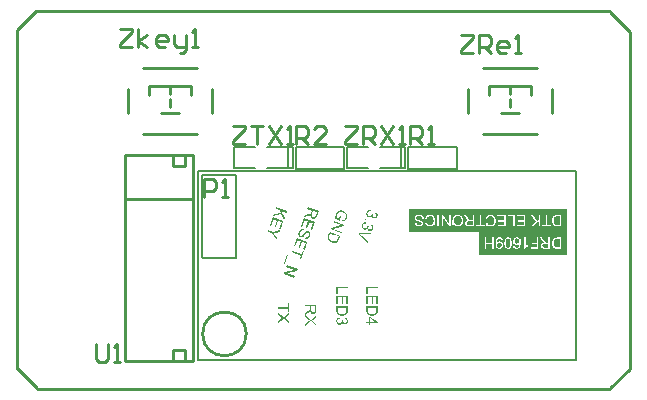
<source format=gto>
G04*
G04 #@! TF.GenerationSoftware,Altium Limited,Altium Designer,20.0.10 (225)*
G04*
G04 Layer_Color=65535*
%FSLAX24Y24*%
%MOIN*%
G70*
G01*
G75*
%ADD10C,0.0098*%
%ADD11C,0.0100*%
%ADD12C,0.0079*%
%ADD13C,0.0080*%
G36*
X31078Y13200D02*
X30745D01*
Y13014D01*
X30700D01*
Y13250D01*
X31078D01*
Y13200D01*
D02*
G37*
G36*
Y12680D02*
X31033D01*
Y12903D01*
X30918D01*
Y12694D01*
X30873D01*
Y12903D01*
X30745D01*
Y12671D01*
X30700D01*
Y12954D01*
X31078D01*
Y12680D01*
D02*
G37*
G36*
Y12457D02*
X31077Y12447D01*
X31077Y12436D01*
X31076Y12425D01*
X31074Y12414D01*
X31072Y12405D01*
Y12404D01*
X31072Y12403D01*
Y12402D01*
X31071Y12399D01*
X31069Y12393D01*
X31066Y12386D01*
X31063Y12377D01*
X31058Y12368D01*
X31052Y12358D01*
X31045Y12350D01*
X31045Y12349D01*
X31044Y12349D01*
X31042Y12347D01*
X31041Y12345D01*
X31035Y12339D01*
X31028Y12333D01*
X31018Y12326D01*
X31007Y12318D01*
X30995Y12311D01*
X30981Y12305D01*
X30980D01*
X30979Y12304D01*
X30977Y12303D01*
X30974Y12303D01*
X30970Y12301D01*
X30965Y12300D01*
X30960Y12299D01*
X30954Y12297D01*
X30948Y12296D01*
X30941Y12294D01*
X30926Y12292D01*
X30909Y12290D01*
X30891Y12290D01*
X30890D01*
X30889D01*
X30886D01*
X30883D01*
X30880Y12290D01*
X30875D01*
X30865Y12291D01*
X30853Y12292D01*
X30840Y12294D01*
X30827Y12297D01*
X30814Y12300D01*
X30814D01*
X30812Y12301D01*
X30811Y12301D01*
X30809Y12302D01*
X30803Y12304D01*
X30795Y12307D01*
X30786Y12310D01*
X30778Y12315D01*
X30768Y12320D01*
X30760Y12326D01*
X30758Y12326D01*
X30756Y12328D01*
X30752Y12332D01*
X30747Y12336D01*
X30742Y12341D01*
X30736Y12347D01*
X30730Y12353D01*
X30725Y12360D01*
X30725Y12361D01*
X30723Y12363D01*
X30721Y12367D01*
X30718Y12373D01*
X30715Y12379D01*
X30712Y12387D01*
X30709Y12396D01*
X30706Y12405D01*
Y12406D01*
X30705Y12408D01*
X30705Y12410D01*
X30704Y12415D01*
X30703Y12423D01*
X30702Y12432D01*
X30701Y12442D01*
X30701Y12453D01*
X30700Y12466D01*
Y12602D01*
X31078D01*
Y12457D01*
D02*
G37*
G36*
Y12083D02*
Y12045D01*
X30833D01*
Y11994D01*
X30791D01*
Y12045D01*
X30700D01*
Y12091D01*
X30791D01*
Y12256D01*
X30833D01*
X31078Y12083D01*
D02*
G37*
G36*
X30078Y13200D02*
X29745D01*
Y13014D01*
X29700D01*
Y13250D01*
X30078D01*
Y13200D01*
D02*
G37*
G36*
Y12680D02*
X30033D01*
Y12903D01*
X29918D01*
Y12694D01*
X29873D01*
Y12903D01*
X29745D01*
Y12671D01*
X29700D01*
Y12954D01*
X30078D01*
Y12680D01*
D02*
G37*
G36*
Y12457D02*
X30077Y12447D01*
X30077Y12436D01*
X30076Y12425D01*
X30074Y12414D01*
X30072Y12405D01*
Y12404D01*
X30072Y12403D01*
Y12402D01*
X30071Y12399D01*
X30069Y12393D01*
X30066Y12386D01*
X30063Y12377D01*
X30058Y12368D01*
X30052Y12358D01*
X30045Y12350D01*
X30045Y12349D01*
X30044Y12349D01*
X30042Y12347D01*
X30041Y12345D01*
X30035Y12339D01*
X30028Y12333D01*
X30018Y12326D01*
X30007Y12318D01*
X29995Y12311D01*
X29981Y12305D01*
X29980D01*
X29979Y12304D01*
X29977Y12303D01*
X29974Y12303D01*
X29970Y12301D01*
X29965Y12300D01*
X29960Y12299D01*
X29954Y12297D01*
X29948Y12296D01*
X29941Y12294D01*
X29926Y12292D01*
X29909Y12290D01*
X29891Y12290D01*
X29890D01*
X29889D01*
X29886D01*
X29883D01*
X29880Y12290D01*
X29875D01*
X29865Y12291D01*
X29853Y12292D01*
X29840Y12294D01*
X29827Y12297D01*
X29814Y12300D01*
X29814D01*
X29812Y12301D01*
X29811Y12301D01*
X29809Y12302D01*
X29803Y12304D01*
X29795Y12307D01*
X29786Y12310D01*
X29778Y12315D01*
X29768Y12320D01*
X29760Y12326D01*
X29758Y12326D01*
X29756Y12328D01*
X29752Y12332D01*
X29747Y12336D01*
X29741Y12341D01*
X29736Y12347D01*
X29730Y12353D01*
X29725Y12360D01*
X29725Y12361D01*
X29723Y12363D01*
X29721Y12367D01*
X29718Y12373D01*
X29715Y12379D01*
X29712Y12387D01*
X29709Y12396D01*
X29706Y12405D01*
Y12406D01*
X29705Y12408D01*
X29705Y12410D01*
X29704Y12415D01*
X29703Y12423D01*
X29702Y12432D01*
X29701Y12442D01*
X29701Y12453D01*
X29700Y12466D01*
Y12602D01*
X30078D01*
Y12457D01*
D02*
G37*
G36*
X29806Y12193D02*
X29805D01*
X29804Y12192D01*
X29802Y12192D01*
X29799Y12191D01*
X29796Y12191D01*
X29792Y12190D01*
X29784Y12187D01*
X29774Y12183D01*
X29765Y12178D01*
X29756Y12173D01*
X29749Y12166D01*
X29748Y12165D01*
X29746Y12163D01*
X29743Y12159D01*
X29740Y12153D01*
X29737Y12147D01*
X29734Y12138D01*
X29732Y12129D01*
X29732Y12119D01*
Y12116D01*
X29732Y12114D01*
X29733Y12108D01*
X29734Y12100D01*
X29737Y12091D01*
X29741Y12082D01*
X29746Y12073D01*
X29754Y12064D01*
X29755Y12063D01*
X29758Y12060D01*
X29763Y12057D01*
X29770Y12053D01*
X29778Y12048D01*
X29787Y12045D01*
X29798Y12042D01*
X29810Y12041D01*
X29811D01*
X29812D01*
X29814D01*
X29816Y12042D01*
X29822Y12042D01*
X29829Y12044D01*
X29838Y12046D01*
X29846Y12050D01*
X29855Y12055D01*
X29863Y12062D01*
X29864Y12064D01*
X29867Y12066D01*
X29870Y12071D01*
X29874Y12077D01*
X29877Y12084D01*
X29881Y12094D01*
X29883Y12104D01*
X29884Y12115D01*
Y12120D01*
X29883Y12124D01*
X29883Y12129D01*
X29882Y12135D01*
X29881Y12141D01*
X29879Y12148D01*
X29920Y12143D01*
Y12140D01*
X29919Y12138D01*
Y12131D01*
X29921Y12125D01*
X29922Y12118D01*
X29923Y12109D01*
X29926Y12100D01*
X29930Y12091D01*
X29935Y12082D01*
Y12082D01*
X29935Y12081D01*
X29938Y12078D01*
X29941Y12074D01*
X29946Y12070D01*
X29953Y12066D01*
X29962Y12062D01*
X29971Y12059D01*
X29976Y12058D01*
X29982D01*
X29983D01*
X29983D01*
X29987D01*
X29991Y12059D01*
X29997Y12060D01*
X30004Y12062D01*
X30011Y12065D01*
X30018Y12070D01*
X30024Y12076D01*
X30025Y12076D01*
X30027Y12079D01*
X30030Y12083D01*
X30033Y12088D01*
X30036Y12094D01*
X30039Y12102D01*
X30041Y12111D01*
X30041Y12120D01*
Y12125D01*
X30040Y12130D01*
X30039Y12136D01*
X30037Y12143D01*
X30034Y12150D01*
X30030Y12158D01*
X30024Y12165D01*
X30024Y12166D01*
X30021Y12168D01*
X30017Y12171D01*
X30012Y12175D01*
X30005Y12179D01*
X29996Y12183D01*
X29986Y12186D01*
X29974Y12188D01*
X29982Y12234D01*
X29982D01*
X29984Y12234D01*
X29986Y12233D01*
X29989Y12233D01*
X29993Y12232D01*
X29998Y12230D01*
X30008Y12227D01*
X30020Y12221D01*
X30032Y12215D01*
X30043Y12207D01*
X30054Y12196D01*
X30054Y12196D01*
X30055Y12195D01*
X30056Y12193D01*
X30058Y12191D01*
X30060Y12188D01*
X30062Y12184D01*
X30064Y12180D01*
X30067Y12175D01*
X30071Y12165D01*
X30076Y12152D01*
X30078Y12137D01*
X30079Y12130D01*
Y12116D01*
X30079Y12110D01*
X30078Y12103D01*
X30076Y12094D01*
X30073Y12084D01*
X30070Y12074D01*
X30066Y12065D01*
Y12064D01*
X30065Y12064D01*
X30064Y12060D01*
X30060Y12055D01*
X30057Y12050D01*
X30051Y12043D01*
X30045Y12037D01*
X30038Y12030D01*
X30030Y12025D01*
X30029Y12024D01*
X30026Y12023D01*
X30021Y12020D01*
X30015Y12018D01*
X30008Y12015D01*
X30000Y12013D01*
X29990Y12011D01*
X29981Y12011D01*
X29980D01*
X29977D01*
X29972Y12011D01*
X29966Y12012D01*
X29959Y12014D01*
X29952Y12017D01*
X29944Y12020D01*
X29936Y12024D01*
X29935Y12025D01*
X29933Y12026D01*
X29929Y12030D01*
X29925Y12034D01*
X29920Y12040D01*
X29915Y12046D01*
X29910Y12054D01*
X29905Y12063D01*
Y12062D01*
X29904Y12061D01*
X29904Y12060D01*
X29903Y12058D01*
X29901Y12052D01*
X29898Y12044D01*
X29893Y12035D01*
X29888Y12026D01*
X29881Y12018D01*
X29873Y12011D01*
X29871Y12010D01*
X29868Y12008D01*
X29863Y12005D01*
X29856Y12001D01*
X29847Y11998D01*
X29836Y11995D01*
X29824Y11993D01*
X29811Y11992D01*
X29811D01*
X29809D01*
X29806D01*
X29803Y11993D01*
X29799Y11993D01*
X29794Y11994D01*
X29788Y11995D01*
X29782Y11996D01*
X29769Y12001D01*
X29762Y12004D01*
X29756Y12007D01*
X29749Y12012D01*
X29741Y12017D01*
X29734Y12022D01*
X29728Y12029D01*
X29727Y12029D01*
X29726Y12030D01*
X29725Y12032D01*
X29722Y12035D01*
X29720Y12038D01*
X29717Y12043D01*
X29714Y12048D01*
X29711Y12054D01*
X29708Y12060D01*
X29704Y12067D01*
X29702Y12074D01*
X29699Y12082D01*
X29697Y12091D01*
X29695Y12100D01*
X29694Y12109D01*
X29693Y12120D01*
Y12125D01*
X29694Y12128D01*
X29695Y12132D01*
X29695Y12137D01*
X29696Y12143D01*
X29697Y12149D01*
X29701Y12162D01*
X29706Y12175D01*
X29709Y12183D01*
X29713Y12189D01*
X29718Y12196D01*
X29723Y12202D01*
X29723Y12203D01*
X29725Y12204D01*
X29726Y12205D01*
X29728Y12207D01*
X29731Y12210D01*
X29735Y12213D01*
X29739Y12216D01*
X29744Y12219D01*
X29749Y12222D01*
X29755Y12226D01*
X29768Y12232D01*
X29783Y12237D01*
X29791Y12238D01*
X29800Y12239D01*
X29806Y12193D01*
D02*
G37*
G36*
X29028Y12475D02*
X29027Y12470D01*
Y12465D01*
X29027Y12454D01*
X29025Y12442D01*
X29023Y12429D01*
X29021Y12417D01*
X29019Y12411D01*
X29017Y12406D01*
Y12405D01*
X29017Y12405D01*
X29015Y12402D01*
X29013Y12397D01*
X29009Y12391D01*
X29004Y12384D01*
X28998Y12377D01*
X28990Y12370D01*
X28981Y12364D01*
X28981D01*
X28980Y12363D01*
X28977Y12361D01*
X28972Y12359D01*
X28965Y12356D01*
X28956Y12353D01*
X28946Y12350D01*
X28936Y12349D01*
X28925Y12348D01*
X28924D01*
X28923D01*
X28921D01*
X28918Y12349D01*
X28914D01*
X28910Y12349D01*
X28901Y12351D01*
X28890Y12355D01*
X28879Y12359D01*
X28867Y12366D01*
X28862Y12370D01*
X28856Y12374D01*
X28856Y12375D01*
X28855Y12375D01*
X28854Y12377D01*
X28852Y12379D01*
X28850Y12382D01*
X28848Y12385D01*
X28845Y12390D01*
X28842Y12394D01*
X28839Y12399D01*
X28836Y12405D01*
X28833Y12412D01*
X28830Y12419D01*
X28828Y12427D01*
X28825Y12435D01*
X28824Y12445D01*
X28822Y12455D01*
X28821Y12453D01*
X28820Y12451D01*
X28818Y12448D01*
X28816Y12444D01*
X28810Y12434D01*
X28806Y12429D01*
X28803Y12424D01*
X28802Y12423D01*
X28799Y12421D01*
X28795Y12416D01*
X28789Y12411D01*
X28782Y12405D01*
X28773Y12398D01*
X28764Y12391D01*
X28753Y12383D01*
X28650Y12318D01*
Y12380D01*
X28729Y12430D01*
X28729D01*
X28730Y12431D01*
X28732Y12432D01*
X28734Y12434D01*
X28740Y12438D01*
X28748Y12443D01*
X28756Y12449D01*
X28765Y12455D01*
X28773Y12461D01*
X28780Y12466D01*
X28781Y12467D01*
X28783Y12468D01*
X28786Y12471D01*
X28790Y12475D01*
X28799Y12483D01*
X28802Y12487D01*
X28806Y12492D01*
X28806Y12492D01*
X28807Y12493D01*
X28808Y12495D01*
X28809Y12499D01*
X28811Y12502D01*
X28813Y12506D01*
X28815Y12515D01*
Y12515D01*
X28816Y12516D01*
Y12518D01*
X28817Y12521D01*
X28817Y12525D01*
Y12529D01*
X28818Y12535D01*
Y12600D01*
X28650D01*
Y12650D01*
X29028D01*
Y12475D01*
D02*
G37*
G36*
X28845Y12162D02*
X29028Y12291D01*
Y12232D01*
X28931Y12163D01*
X28930D01*
X28930Y12162D01*
X28928Y12161D01*
X28926Y12159D01*
X28920Y12156D01*
X28914Y12151D01*
X28906Y12146D01*
X28898Y12141D01*
X28891Y12137D01*
X28885Y12133D01*
X28886Y12132D01*
X28888Y12131D01*
X28892Y12128D01*
X28898Y12124D01*
X28904Y12120D01*
X28912Y12114D01*
X28919Y12109D01*
X28927Y12102D01*
X29028Y12027D01*
Y11972D01*
X28848Y12103D01*
X28650Y11962D01*
Y12024D01*
X28784Y12119D01*
X28785Y12120D01*
X28786Y12121D01*
X28789Y12122D01*
X28791Y12124D01*
X28799Y12129D01*
X28807Y12135D01*
X28807Y12135D01*
X28805Y12137D01*
X28801Y12139D01*
X28797Y12142D01*
X28788Y12148D01*
X28784Y12150D01*
X28781Y12153D01*
X28650Y12248D01*
Y12308D01*
X28845Y12162D01*
D02*
G37*
G36*
X28128Y12401D02*
X28083D01*
Y12525D01*
X27750D01*
Y12576D01*
X28083D01*
Y12700D01*
X28128D01*
Y12401D01*
D02*
G37*
G36*
X27945Y12242D02*
X28128Y12371D01*
Y12311D01*
X28031Y12242D01*
X28030D01*
X28030Y12241D01*
X28028Y12240D01*
X28026Y12239D01*
X28020Y12235D01*
X28014Y12230D01*
X28006Y12226D01*
X27998Y12221D01*
X27991Y12216D01*
X27985Y12212D01*
X27986Y12212D01*
X27988Y12210D01*
X27992Y12208D01*
X27998Y12204D01*
X28004Y12199D01*
X28012Y12194D01*
X28019Y12188D01*
X28027Y12182D01*
X28128Y12106D01*
Y12052D01*
X27948Y12183D01*
X27750Y12042D01*
Y12103D01*
X27884Y12199D01*
X27885Y12199D01*
X27887Y12200D01*
X27889Y12201D01*
X27891Y12204D01*
X27899Y12209D01*
X27907Y12214D01*
X27907Y12215D01*
X27905Y12216D01*
X27901Y12218D01*
X27897Y12221D01*
X27888Y12227D01*
X27884Y12230D01*
X27881Y12232D01*
X27750Y12328D01*
Y12388D01*
X27945Y12242D01*
D02*
G37*
G36*
X28055Y15771D02*
X28038Y15724D01*
X27861Y15788D01*
X27974Y15548D01*
X27951Y15484D01*
X27861Y15685D01*
X27593Y15607D01*
X27616Y15669D01*
X27841Y15730D01*
X27806Y15808D01*
X27683Y15853D01*
X27700Y15900D01*
X28055Y15771D01*
D02*
G37*
G36*
X27934Y15437D02*
X27840Y15180D01*
X27798Y15196D01*
X27874Y15405D01*
X27766Y15445D01*
X27695Y15248D01*
X27653Y15264D01*
X27724Y15460D01*
X27604Y15504D01*
X27524Y15286D01*
X27482Y15301D01*
X27579Y15567D01*
X27934Y15437D01*
D02*
G37*
G36*
X27806Y15087D02*
X27673Y15057D01*
X27673Y15057D01*
X27671Y15056D01*
X27669Y15056D01*
X27667Y15056D01*
X27664Y15054D01*
X27660Y15054D01*
X27650Y15052D01*
X27639Y15049D01*
X27627Y15047D01*
X27613Y15044D01*
X27600Y15042D01*
X27600Y15042D01*
X27601Y15041D01*
X27602Y15040D01*
X27604Y15037D01*
X27606Y15035D01*
X27608Y15032D01*
X27614Y15024D01*
X27621Y15015D01*
X27630Y15005D01*
X27639Y14993D01*
X27649Y14980D01*
X27728Y14873D01*
X27708Y14819D01*
X27555Y15035D01*
X27405Y15089D01*
X27422Y15137D01*
X27572Y15082D01*
X27827Y15144D01*
X27806Y15087D01*
D02*
G37*
G36*
X29105Y15771D02*
X29045Y15606D01*
X29043Y15602D01*
X29041Y15598D01*
X29037Y15587D01*
X29031Y15576D01*
X29025Y15564D01*
X29019Y15554D01*
X29015Y15549D01*
X29012Y15545D01*
X29012Y15544D01*
X29011Y15544D01*
X29008Y15542D01*
X29005Y15538D01*
X28999Y15533D01*
X28992Y15529D01*
X28983Y15525D01*
X28974Y15521D01*
X28964Y15518D01*
X28963Y15518D01*
X28962Y15518D01*
X28959Y15517D01*
X28953Y15517D01*
X28945Y15516D01*
X28936Y15516D01*
X28926Y15517D01*
X28916Y15519D01*
X28905Y15522D01*
X28904Y15523D01*
X28903Y15523D01*
X28901Y15524D01*
X28899Y15525D01*
X28895Y15526D01*
X28892Y15528D01*
X28884Y15533D01*
X28875Y15540D01*
X28865Y15548D01*
X28857Y15558D01*
X28853Y15564D01*
X28850Y15570D01*
X28849Y15571D01*
X28849Y15572D01*
X28848Y15574D01*
X28847Y15576D01*
X28846Y15580D01*
X28845Y15584D01*
X28844Y15589D01*
X28843Y15594D01*
X28842Y15600D01*
X28841Y15606D01*
X28840Y15614D01*
X28840Y15621D01*
X28841Y15630D01*
X28841Y15638D01*
X28843Y15648D01*
X28845Y15658D01*
X28844Y15657D01*
X28842Y15655D01*
X28839Y15653D01*
X28835Y15649D01*
X28826Y15642D01*
X28821Y15639D01*
X28817Y15636D01*
X28815Y15635D01*
X28812Y15634D01*
X28806Y15631D01*
X28799Y15628D01*
X28790Y15625D01*
X28780Y15621D01*
X28768Y15617D01*
X28755Y15614D01*
X28636Y15588D01*
X28658Y15647D01*
X28749Y15666D01*
X28749Y15666D01*
X28751Y15667D01*
X28752Y15667D01*
X28755Y15668D01*
X28762Y15670D01*
X28771Y15672D01*
X28781Y15674D01*
X28791Y15677D01*
X28801Y15680D01*
X28810Y15682D01*
X28810Y15683D01*
X28813Y15684D01*
X28817Y15685D01*
X28822Y15687D01*
X28832Y15692D01*
X28837Y15695D01*
X28842Y15698D01*
X28843Y15698D01*
X28844Y15699D01*
X28845Y15701D01*
X28848Y15703D01*
X28851Y15706D01*
X28854Y15709D01*
X28859Y15716D01*
X28859Y15717D01*
X28860Y15718D01*
X28861Y15720D01*
X28862Y15722D01*
X28864Y15725D01*
X28866Y15729D01*
X28868Y15735D01*
X28890Y15795D01*
X28733Y15853D01*
X28750Y15900D01*
X29105Y15771D01*
D02*
G37*
G36*
X28593Y15192D02*
X28606Y15190D01*
X28619Y15186D01*
X28607Y15140D01*
X28607Y15140D01*
X28606Y15141D01*
X28604Y15141D01*
X28602Y15141D01*
X28597Y15142D01*
X28590Y15143D01*
X28583Y15143D01*
X28574Y15144D01*
X28566Y15143D01*
X28558Y15142D01*
X28557Y15142D01*
X28554Y15141D01*
X28550Y15140D01*
X28545Y15137D01*
X28538Y15133D01*
X28532Y15129D01*
X28524Y15123D01*
X28517Y15117D01*
X28517Y15116D01*
X28516Y15116D01*
X28515Y15114D01*
X28514Y15113D01*
X28511Y15109D01*
X28506Y15103D01*
X28501Y15095D01*
X28496Y15086D01*
X28492Y15077D01*
X28487Y15065D01*
X28485Y15061D01*
X28484Y15056D01*
X28482Y15049D01*
X28481Y15042D01*
X28479Y15033D01*
X28478Y15024D01*
X28477Y15015D01*
X28478Y15014D01*
X28478Y15011D01*
X28478Y15007D01*
X28479Y15002D01*
X28481Y14996D01*
X28482Y14989D01*
X28485Y14983D01*
X28488Y14977D01*
X28489Y14976D01*
X28490Y14974D01*
X28492Y14972D01*
X28496Y14968D01*
X28499Y14965D01*
X28504Y14961D01*
X28509Y14958D01*
X28515Y14955D01*
X28515Y14955D01*
X28518Y14954D01*
X28521Y14954D01*
X28525Y14953D01*
X28530Y14953D01*
X28536Y14952D01*
X28542Y14953D01*
X28548Y14955D01*
X28549Y14955D01*
X28551Y14956D01*
X28553Y14958D01*
X28558Y14960D01*
X28562Y14963D01*
X28568Y14967D01*
X28574Y14973D01*
X28580Y14979D01*
X28581Y14980D01*
X28582Y14982D01*
X28585Y14986D01*
X28587Y14988D01*
X28589Y14991D01*
X28592Y14994D01*
X28594Y14998D01*
X28598Y15003D01*
X28602Y15009D01*
X28605Y15014D01*
X28610Y15021D01*
X28615Y15028D01*
X28620Y15036D01*
X28621Y15037D01*
X28622Y15038D01*
X28623Y15040D01*
X28625Y15043D01*
X28628Y15047D01*
X28630Y15051D01*
X28637Y15060D01*
X28645Y15070D01*
X28653Y15081D01*
X28660Y15090D01*
X28664Y15093D01*
X28667Y15097D01*
X28668Y15097D01*
X28668Y15098D01*
X28671Y15100D01*
X28676Y15104D01*
X28682Y15107D01*
X28689Y15112D01*
X28696Y15116D01*
X28705Y15120D01*
X28714Y15122D01*
X28716Y15122D01*
X28719Y15123D01*
X28724Y15123D01*
X28729Y15124D01*
X28737Y15123D01*
X28745Y15123D01*
X28754Y15121D01*
X28763Y15118D01*
X28764Y15118D01*
X28764Y15118D01*
X28766Y15117D01*
X28768Y15117D01*
X28772Y15114D01*
X28779Y15110D01*
X28786Y15106D01*
X28794Y15100D01*
X28801Y15094D01*
X28808Y15085D01*
X28808Y15085D01*
X28809Y15084D01*
X28811Y15081D01*
X28814Y15076D01*
X28817Y15069D01*
X28821Y15061D01*
X28824Y15051D01*
X28826Y15040D01*
X28828Y15028D01*
X28827Y15027D01*
X28828Y15026D01*
X28827Y15024D01*
X28828Y15022D01*
X28828Y15019D01*
X28828Y15015D01*
X28827Y15006D01*
X28825Y14996D01*
X28823Y14984D01*
X28820Y14971D01*
X28816Y14958D01*
X28814Y14951D01*
X28812Y14948D01*
X28811Y14944D01*
X28806Y14935D01*
X28801Y14925D01*
X28794Y14914D01*
X28786Y14903D01*
X28778Y14893D01*
X28778Y14893D01*
X28777Y14892D01*
X28775Y14891D01*
X28774Y14889D01*
X28769Y14885D01*
X28762Y14880D01*
X28754Y14874D01*
X28745Y14869D01*
X28734Y14864D01*
X28723Y14861D01*
X28723Y14861D01*
X28722Y14861D01*
X28720Y14860D01*
X28718Y14860D01*
X28712Y14859D01*
X28704Y14859D01*
X28695Y14858D01*
X28684Y14859D01*
X28673Y14860D01*
X28661Y14863D01*
X28674Y14910D01*
X28675Y14909D01*
X28676Y14909D01*
X28677Y14909D01*
X28680Y14909D01*
X28686Y14908D01*
X28695Y14907D01*
X28704Y14907D01*
X28714Y14909D01*
X28724Y14912D01*
X28734Y14916D01*
X28735Y14917D01*
X28738Y14919D01*
X28742Y14923D01*
X28748Y14929D01*
X28754Y14936D01*
X28761Y14945D01*
X28768Y14957D01*
X28774Y14972D01*
X28776Y14979D01*
X28777Y14982D01*
X28778Y14986D01*
X28780Y14996D01*
X28782Y15007D01*
X28783Y15018D01*
X28782Y15029D01*
X28781Y15034D01*
X28780Y15040D01*
X28780Y15041D01*
X28779Y15044D01*
X28776Y15048D01*
X28773Y15052D01*
X28769Y15058D01*
X28764Y15063D01*
X28758Y15068D01*
X28750Y15072D01*
X28749Y15073D01*
X28747Y15073D01*
X28743Y15074D01*
X28738Y15075D01*
X28733Y15075D01*
X28727Y15074D01*
X28720Y15073D01*
X28714Y15070D01*
X28713Y15070D01*
X28710Y15068D01*
X28708Y15066D01*
X28706Y15065D01*
X28704Y15062D01*
X28700Y15059D01*
X28697Y15055D01*
X28693Y15051D01*
X28689Y15046D01*
X28684Y15040D01*
X28679Y15034D01*
X28674Y15027D01*
X28668Y15018D01*
X28662Y15009D01*
X28662Y15008D01*
X28661Y15006D01*
X28659Y15003D01*
X28657Y15000D01*
X28654Y14996D01*
X28650Y14991D01*
X28647Y14986D01*
X28643Y14980D01*
X28635Y14968D01*
X28626Y14957D01*
X28622Y14951D01*
X28618Y14946D01*
X28614Y14942D01*
X28611Y14938D01*
X28611Y14938D01*
X28610Y14937D01*
X28608Y14936D01*
X28607Y14934D01*
X28601Y14930D01*
X28595Y14925D01*
X28586Y14919D01*
X28577Y14913D01*
X28568Y14909D01*
X28558Y14906D01*
X28556Y14905D01*
X28553Y14904D01*
X28548Y14904D01*
X28541Y14903D01*
X28532Y14903D01*
X28523Y14904D01*
X28512Y14906D01*
X28502Y14909D01*
X28501Y14909D01*
X28501Y14909D01*
X28499Y14910D01*
X28497Y14911D01*
X28492Y14914D01*
X28485Y14917D01*
X28478Y14922D01*
X28470Y14928D01*
X28462Y14936D01*
X28455Y14945D01*
X28454Y14945D01*
X28454Y14946D01*
X28452Y14949D01*
X28448Y14955D01*
X28445Y14962D01*
X28441Y14971D01*
X28438Y14981D01*
X28435Y14993D01*
X28433Y15005D01*
X28433Y15006D01*
X28433Y15007D01*
X28433Y15009D01*
X28433Y15011D01*
X28433Y15015D01*
X28433Y15019D01*
X28434Y15028D01*
X28435Y15039D01*
X28436Y15051D01*
X28440Y15065D01*
X28444Y15079D01*
X28447Y15087D01*
X28449Y15091D01*
X28451Y15096D01*
X28453Y15100D01*
X28456Y15106D01*
X28463Y15118D01*
X28470Y15131D01*
X28478Y15143D01*
X28487Y15154D01*
X28487Y15155D01*
X28488Y15156D01*
X28490Y15157D01*
X28492Y15158D01*
X28497Y15164D01*
X28504Y15169D01*
X28513Y15175D01*
X28524Y15181D01*
X28535Y15186D01*
X28548Y15190D01*
X28549Y15190D01*
X28550Y15191D01*
X28552Y15191D01*
X28554Y15191D01*
X28557Y15192D01*
X28561Y15192D01*
X28570Y15193D01*
X28581Y15193D01*
X28593Y15192D01*
D02*
G37*
G36*
X28975Y15413D02*
X28881Y15156D01*
X28839Y15171D01*
X28915Y15381D01*
X28807Y15420D01*
X28736Y15224D01*
X28694Y15239D01*
X28765Y15435D01*
X28645Y15479D01*
X28565Y15261D01*
X28523Y15277D01*
X28620Y15542D01*
X28975Y15413D01*
D02*
G37*
G36*
X28734Y14751D02*
X28640Y14494D01*
X28598Y14509D01*
X28675Y14719D01*
X28566Y14758D01*
X28495Y14562D01*
X28453Y14577D01*
X28524Y14774D01*
X28404Y14818D01*
X28324Y14599D01*
X28282Y14615D01*
X28379Y14880D01*
X28734Y14751D01*
D02*
G37*
G36*
X28623Y14447D02*
X28521Y14166D01*
X28479Y14181D01*
X28521Y14298D01*
X28208Y14412D01*
X28226Y14459D01*
X28539Y14345D01*
X28581Y14462D01*
X28623Y14447D01*
D02*
G37*
G36*
X28098Y14317D02*
X27993Y14028D01*
X27961Y14040D01*
X28066Y14328D01*
X28098Y14317D01*
D02*
G37*
G36*
X28403Y13842D02*
X28385Y13793D01*
X28038Y13709D01*
X28318Y13607D01*
X28301Y13562D01*
X27946Y13691D01*
X27964Y13740D01*
X28310Y13824D01*
X28031Y13926D01*
X28048Y13971D01*
X28403Y13842D01*
D02*
G37*
G36*
X29842Y15800D02*
X29847Y15800D01*
X29854Y15800D01*
X29862Y15799D01*
X29870Y15799D01*
X29878Y15797D01*
X29887Y15796D01*
X29906Y15792D01*
X29925Y15786D01*
X29926Y15786D01*
X29928Y15785D01*
X29931Y15784D01*
X29934Y15782D01*
X29939Y15781D01*
X29944Y15778D01*
X29949Y15775D01*
X29956Y15772D01*
X29962Y15768D01*
X29970Y15764D01*
X29985Y15754D01*
X30000Y15743D01*
X30014Y15729D01*
X30014Y15729D01*
X30016Y15728D01*
X30017Y15726D01*
X30020Y15723D01*
X30023Y15719D01*
X30026Y15715D01*
X30033Y15704D01*
X30042Y15692D01*
X30048Y15677D01*
X30055Y15661D01*
X30057Y15652D01*
X30059Y15643D01*
X30059Y15642D01*
X30059Y15641D01*
X30059Y15638D01*
X30060Y15634D01*
X30060Y15630D01*
X30060Y15624D01*
X30060Y15619D01*
X30060Y15612D01*
X30060Y15604D01*
X30059Y15596D01*
X30058Y15588D01*
X30056Y15579D01*
X30052Y15560D01*
X30050Y15551D01*
X30044Y15534D01*
X30043Y15531D01*
X30041Y15527D01*
X30036Y15518D01*
X30031Y15508D01*
X30024Y15497D01*
X30017Y15486D01*
X30008Y15476D01*
X30008Y15475D01*
X30007Y15475D01*
X30006Y15473D01*
X30004Y15472D01*
X29999Y15467D01*
X29993Y15461D01*
X29985Y15455D01*
X29976Y15449D01*
X29967Y15444D01*
X29956Y15440D01*
X29954Y15439D01*
X29951Y15438D01*
X29945Y15437D01*
X29937Y15435D01*
X29927Y15434D01*
X29915Y15433D01*
X29902Y15433D01*
X29888Y15434D01*
X29892Y15480D01*
X29893Y15480D01*
X29893Y15481D01*
X29895Y15481D01*
X29897Y15480D01*
X29902Y15480D01*
X29909Y15480D01*
X29918Y15480D01*
X29926Y15482D01*
X29934Y15483D01*
X29942Y15485D01*
X29943Y15485D01*
X29945Y15486D01*
X29949Y15488D01*
X29954Y15491D01*
X29960Y15494D01*
X29966Y15498D01*
X29973Y15503D01*
X29979Y15510D01*
X29980Y15511D01*
X29982Y15513D01*
X29985Y15517D01*
X29989Y15522D01*
X29993Y15529D01*
X29998Y15537D01*
X30002Y15546D01*
X30006Y15555D01*
X30008Y15561D01*
X30009Y15563D01*
X30010Y15567D01*
X30012Y15574D01*
X30014Y15584D01*
X30016Y15594D01*
X30017Y15604D01*
X30016Y15615D01*
X30016Y15616D01*
X30016Y15619D01*
X30015Y15624D01*
X30015Y15630D01*
X30013Y15638D01*
X30011Y15646D01*
X30008Y15654D01*
X30005Y15662D01*
X30004Y15663D01*
X30003Y15666D01*
X30000Y15669D01*
X29997Y15674D01*
X29994Y15679D01*
X29989Y15685D01*
X29983Y15691D01*
X29977Y15697D01*
X29977Y15698D01*
X29976Y15699D01*
X29975Y15700D01*
X29973Y15702D01*
X29970Y15704D01*
X29967Y15706D01*
X29963Y15709D01*
X29959Y15712D01*
X29949Y15718D01*
X29937Y15725D01*
X29925Y15731D01*
X29911Y15737D01*
X29910Y15737D01*
X29909Y15738D01*
X29906Y15738D01*
X29903Y15739D01*
X29899Y15741D01*
X29894Y15742D01*
X29888Y15743D01*
X29883Y15745D01*
X29869Y15747D01*
X29855Y15750D01*
X29840Y15750D01*
X29825Y15750D01*
X29825Y15750D01*
X29823Y15750D01*
X29822Y15750D01*
X29819Y15749D01*
X29812Y15747D01*
X29803Y15744D01*
X29793Y15740D01*
X29782Y15735D01*
X29771Y15728D01*
X29761Y15719D01*
X29760Y15719D01*
X29760Y15718D01*
X29758Y15717D01*
X29756Y15715D01*
X29754Y15713D01*
X29752Y15709D01*
X29746Y15702D01*
X29739Y15693D01*
X29733Y15683D01*
X29726Y15671D01*
X29721Y15658D01*
X29719Y15653D01*
X29718Y15650D01*
X29717Y15647D01*
X29716Y15639D01*
X29713Y15629D01*
X29712Y15619D01*
X29711Y15607D01*
X29711Y15595D01*
X29710Y15594D01*
X29711Y15593D01*
X29711Y15592D01*
X29711Y15589D01*
X29711Y15583D01*
X29712Y15576D01*
X29713Y15567D01*
X29715Y15558D01*
X29717Y15549D01*
X29719Y15541D01*
X29786Y15517D01*
X29824Y15621D01*
X29866Y15606D01*
X29811Y15455D01*
X29680Y15503D01*
X29679Y15504D01*
X29679Y15505D01*
X29678Y15508D01*
X29677Y15511D01*
X29676Y15515D01*
X29675Y15519D01*
X29674Y15525D01*
X29672Y15531D01*
X29669Y15544D01*
X29667Y15559D01*
X29665Y15574D01*
X29664Y15590D01*
X29664Y15591D01*
X29664Y15592D01*
X29664Y15594D01*
X29664Y15597D01*
X29665Y15601D01*
X29665Y15606D01*
X29665Y15611D01*
X29666Y15616D01*
X29667Y15628D01*
X29670Y15642D01*
X29673Y15656D01*
X29678Y15671D01*
X29680Y15676D01*
X29681Y15679D01*
X29683Y15684D01*
X29686Y15689D01*
X29689Y15695D01*
X29692Y15701D01*
X29700Y15715D01*
X29710Y15730D01*
X29721Y15744D01*
X29727Y15751D01*
X29735Y15758D01*
X29735Y15758D01*
X29736Y15760D01*
X29739Y15761D01*
X29741Y15764D01*
X29745Y15766D01*
X29749Y15769D01*
X29760Y15776D01*
X29773Y15783D01*
X29788Y15790D01*
X29804Y15795D01*
X29823Y15799D01*
X29823Y15799D01*
X29825Y15799D01*
X29828Y15800D01*
X29832Y15800D01*
X29836Y15800D01*
X29842Y15800D01*
D02*
G37*
G36*
X29960Y15323D02*
X29943Y15275D01*
X29596Y15190D01*
X29875Y15089D01*
X29859Y15044D01*
X29504Y15173D01*
X29521Y15221D01*
X29867Y15306D01*
X29589Y15407D01*
X29605Y15452D01*
X29960Y15323D01*
D02*
G37*
G36*
X29830Y14964D02*
X29780Y14828D01*
X29776Y14819D01*
X29772Y14809D01*
X29767Y14799D01*
X29762Y14789D01*
X29757Y14781D01*
X29757Y14781D01*
X29756Y14780D01*
X29756Y14778D01*
X29754Y14777D01*
X29750Y14771D01*
X29745Y14765D01*
X29738Y14758D01*
X29731Y14751D01*
X29722Y14744D01*
X29713Y14739D01*
X29712Y14738D01*
X29711Y14738D01*
X29709Y14737D01*
X29707Y14736D01*
X29700Y14732D01*
X29691Y14729D01*
X29679Y14725D01*
X29666Y14722D01*
X29652Y14719D01*
X29637Y14719D01*
X29636Y14719D01*
X29635Y14719D01*
X29633Y14718D01*
X29629Y14719D01*
X29625Y14719D01*
X29621Y14719D01*
X29616Y14720D01*
X29610Y14720D01*
X29603Y14721D01*
X29596Y14722D01*
X29581Y14725D01*
X29565Y14729D01*
X29547Y14735D01*
X29546Y14735D01*
X29545Y14736D01*
X29543Y14737D01*
X29540Y14738D01*
X29537Y14739D01*
X29533Y14741D01*
X29523Y14745D01*
X29513Y14751D01*
X29501Y14756D01*
X29490Y14763D01*
X29479Y14771D01*
X29478Y14771D01*
X29477Y14772D01*
X29476Y14773D01*
X29474Y14774D01*
X29469Y14778D01*
X29463Y14784D01*
X29456Y14790D01*
X29449Y14797D01*
X29443Y14806D01*
X29436Y14814D01*
X29435Y14815D01*
X29434Y14818D01*
X29431Y14822D01*
X29428Y14828D01*
X29424Y14834D01*
X29421Y14842D01*
X29418Y14849D01*
X29416Y14858D01*
X29415Y14859D01*
X29415Y14862D01*
X29414Y14866D01*
X29413Y14872D01*
X29412Y14879D01*
X29412Y14887D01*
X29412Y14897D01*
X29413Y14907D01*
X29414Y14908D01*
X29414Y14910D01*
X29414Y14911D01*
X29415Y14917D01*
X29417Y14924D01*
X29419Y14933D01*
X29421Y14943D01*
X29424Y14954D01*
X29428Y14966D01*
X29475Y15094D01*
X29830Y14964D01*
D02*
G37*
G36*
X30827Y15819D02*
X30835Y15818D01*
X30844Y15816D01*
X30834Y15770D01*
X30833Y15770D01*
X30832Y15770D01*
X30830Y15770D01*
X30827Y15771D01*
X30824Y15771D01*
X30820Y15772D01*
X30811Y15772D01*
X30801Y15772D01*
X30790Y15770D01*
X30780Y15768D01*
X30771Y15765D01*
X30770Y15764D01*
X30767Y15762D01*
X30763Y15759D01*
X30758Y15755D01*
X30753Y15750D01*
X30748Y15743D01*
X30743Y15735D01*
X30739Y15726D01*
X30738Y15723D01*
X30737Y15721D01*
X30736Y15715D01*
X30735Y15707D01*
X30734Y15698D01*
X30735Y15688D01*
X30737Y15678D01*
X30741Y15667D01*
X30742Y15665D01*
X30744Y15662D01*
X30747Y15657D01*
X30752Y15651D01*
X30758Y15644D01*
X30766Y15637D01*
X30775Y15631D01*
X30786Y15626D01*
X30786Y15626D01*
X30787Y15625D01*
X30789Y15625D01*
X30791Y15625D01*
X30797Y15623D01*
X30804Y15622D01*
X30813Y15621D01*
X30823Y15622D01*
X30833Y15624D01*
X30843Y15628D01*
X30844Y15629D01*
X30847Y15630D01*
X30852Y15633D01*
X30858Y15638D01*
X30864Y15644D01*
X30870Y15651D01*
X30876Y15660D01*
X30881Y15671D01*
X30882Y15675D01*
X30883Y15679D01*
X30884Y15684D01*
X30885Y15689D01*
X30886Y15696D01*
X30887Y15703D01*
X30924Y15684D01*
X30923Y15681D01*
X30922Y15680D01*
X30919Y15673D01*
X30918Y15667D01*
X30917Y15660D01*
X30915Y15652D01*
X30915Y15642D01*
X30915Y15632D01*
X30917Y15622D01*
X30917Y15621D01*
X30917Y15621D01*
X30918Y15617D01*
X30920Y15613D01*
X30924Y15607D01*
X30929Y15600D01*
X30935Y15594D01*
X30943Y15588D01*
X30948Y15585D01*
X30953Y15583D01*
X30954Y15583D01*
X30954Y15583D01*
X30957Y15582D01*
X30962Y15581D01*
X30968Y15580D01*
X30975Y15580D01*
X30982Y15580D01*
X30991Y15582D01*
X30999Y15585D01*
X30999Y15585D01*
X31002Y15587D01*
X31006Y15590D01*
X31011Y15593D01*
X31016Y15599D01*
X31021Y15605D01*
X31026Y15612D01*
X31030Y15621D01*
X31031Y15626D01*
X31032Y15631D01*
X31033Y15637D01*
X31034Y15644D01*
X31034Y15652D01*
X31032Y15661D01*
X31029Y15669D01*
X31029Y15670D01*
X31027Y15673D01*
X31025Y15677D01*
X31021Y15683D01*
X31016Y15689D01*
X31009Y15695D01*
X31000Y15702D01*
X30989Y15708D01*
X31013Y15749D01*
X31014Y15749D01*
X31015Y15748D01*
X31017Y15747D01*
X31020Y15745D01*
X31023Y15743D01*
X31026Y15740D01*
X31035Y15733D01*
X31044Y15724D01*
X31054Y15713D01*
X31062Y15702D01*
X31068Y15688D01*
X31068Y15688D01*
X31068Y15687D01*
X31069Y15685D01*
X31069Y15682D01*
X31071Y15679D01*
X31071Y15674D01*
X31072Y15670D01*
X31073Y15664D01*
X31073Y15653D01*
X31073Y15639D01*
X31071Y15625D01*
X31069Y15617D01*
X31064Y15604D01*
X31062Y15599D01*
X31058Y15593D01*
X31054Y15585D01*
X31048Y15577D01*
X31041Y15568D01*
X31034Y15561D01*
X31034Y15560D01*
X31033Y15560D01*
X31030Y15557D01*
X31026Y15554D01*
X31020Y15550D01*
X31013Y15546D01*
X31005Y15542D01*
X30996Y15538D01*
X30987Y15536D01*
X30985Y15535D01*
X30982Y15535D01*
X30977Y15534D01*
X30970Y15534D01*
X30963Y15534D01*
X30954Y15535D01*
X30945Y15536D01*
X30936Y15539D01*
X30935Y15539D01*
X30932Y15540D01*
X30928Y15542D01*
X30923Y15545D01*
X30917Y15549D01*
X30910Y15555D01*
X30904Y15560D01*
X30899Y15567D01*
X30898Y15568D01*
X30896Y15570D01*
X30894Y15575D01*
X30891Y15580D01*
X30888Y15587D01*
X30886Y15595D01*
X30884Y15604D01*
X30882Y15614D01*
X30882Y15614D01*
X30881Y15613D01*
X30880Y15612D01*
X30879Y15610D01*
X30875Y15605D01*
X30869Y15599D01*
X30862Y15592D01*
X30854Y15586D01*
X30844Y15580D01*
X30834Y15576D01*
X30833Y15576D01*
X30829Y15575D01*
X30823Y15574D01*
X30815Y15573D01*
X30805Y15573D01*
X30795Y15573D01*
X30783Y15576D01*
X30770Y15579D01*
X30770Y15580D01*
X30768Y15580D01*
X30765Y15581D01*
X30763Y15583D01*
X30759Y15585D01*
X30754Y15588D01*
X30750Y15590D01*
X30744Y15593D01*
X30734Y15602D01*
X30728Y15608D01*
X30723Y15613D01*
X30718Y15619D01*
X30713Y15626D01*
X30708Y15634D01*
X30704Y15642D01*
X30704Y15643D01*
X30703Y15645D01*
X30702Y15647D01*
X30701Y15650D01*
X30700Y15654D01*
X30699Y15660D01*
X30697Y15665D01*
X30697Y15672D01*
X30696Y15679D01*
X30695Y15686D01*
X30695Y15694D01*
X30695Y15703D01*
X30696Y15712D01*
X30698Y15721D01*
X30700Y15730D01*
X30703Y15740D01*
X30705Y15745D01*
X30706Y15747D01*
X30708Y15751D01*
X30710Y15756D01*
X30713Y15760D01*
X30716Y15766D01*
X30724Y15777D01*
X30734Y15788D01*
X30739Y15793D01*
X30745Y15798D01*
X30752Y15803D01*
X30759Y15807D01*
X30760Y15808D01*
X30761Y15808D01*
X30763Y15809D01*
X30766Y15810D01*
X30769Y15812D01*
X30774Y15813D01*
X30778Y15815D01*
X30784Y15816D01*
X30790Y15817D01*
X30797Y15819D01*
X30811Y15820D01*
X30827Y15819D01*
D02*
G37*
G36*
X30691Y15532D02*
X30672Y15482D01*
X30623Y15500D01*
X30641Y15550D01*
X30691Y15532D01*
D02*
G37*
G36*
X30676Y15405D02*
X30685Y15404D01*
X30693Y15402D01*
X30683Y15356D01*
X30682Y15356D01*
X30681Y15356D01*
X30679Y15356D01*
X30676Y15357D01*
X30673Y15357D01*
X30669Y15358D01*
X30660Y15358D01*
X30650Y15358D01*
X30639Y15356D01*
X30629Y15354D01*
X30620Y15351D01*
X30619Y15350D01*
X30616Y15348D01*
X30612Y15345D01*
X30608Y15341D01*
X30602Y15336D01*
X30597Y15329D01*
X30592Y15321D01*
X30588Y15312D01*
X30587Y15309D01*
X30587Y15307D01*
X30585Y15301D01*
X30584Y15293D01*
X30584Y15284D01*
X30584Y15274D01*
X30586Y15264D01*
X30590Y15253D01*
X30591Y15251D01*
X30593Y15248D01*
X30596Y15243D01*
X30601Y15237D01*
X30607Y15230D01*
X30615Y15223D01*
X30624Y15217D01*
X30635Y15212D01*
X30636Y15212D01*
X30637Y15211D01*
X30638Y15211D01*
X30640Y15211D01*
X30646Y15209D01*
X30654Y15208D01*
X30662Y15207D01*
X30672Y15208D01*
X30682Y15210D01*
X30692Y15214D01*
X30694Y15215D01*
X30697Y15216D01*
X30701Y15219D01*
X30707Y15224D01*
X30713Y15230D01*
X30719Y15237D01*
X30725Y15246D01*
X30730Y15257D01*
X30731Y15261D01*
X30732Y15265D01*
X30733Y15270D01*
X30734Y15275D01*
X30736Y15282D01*
X30736Y15289D01*
X30773Y15270D01*
X30772Y15267D01*
X30771Y15265D01*
X30768Y15259D01*
X30767Y15253D01*
X30766Y15246D01*
X30765Y15237D01*
X30764Y15228D01*
X30765Y15218D01*
X30766Y15208D01*
X30766Y15207D01*
X30766Y15207D01*
X30767Y15203D01*
X30770Y15198D01*
X30773Y15193D01*
X30778Y15186D01*
X30784Y15180D01*
X30792Y15174D01*
X30797Y15171D01*
X30803Y15169D01*
X30803Y15169D01*
X30804Y15169D01*
X30807Y15168D01*
X30811Y15167D01*
X30817Y15166D01*
X30824Y15166D01*
X30832Y15166D01*
X30840Y15168D01*
X30848Y15171D01*
X30849Y15171D01*
X30852Y15173D01*
X30856Y15176D01*
X30860Y15179D01*
X30865Y15185D01*
X30870Y15191D01*
X30875Y15198D01*
X30879Y15207D01*
X30881Y15211D01*
X30881Y15216D01*
X30883Y15223D01*
X30883Y15230D01*
X30883Y15238D01*
X30881Y15247D01*
X30879Y15255D01*
X30878Y15256D01*
X30877Y15259D01*
X30874Y15263D01*
X30870Y15269D01*
X30865Y15275D01*
X30858Y15281D01*
X30849Y15288D01*
X30839Y15294D01*
X30862Y15335D01*
X30863Y15335D01*
X30864Y15334D01*
X30866Y15332D01*
X30869Y15331D01*
X30872Y15328D01*
X30876Y15325D01*
X30884Y15319D01*
X30894Y15310D01*
X30903Y15299D01*
X30911Y15288D01*
X30917Y15274D01*
X30917Y15274D01*
X30917Y15273D01*
X30918Y15271D01*
X30919Y15268D01*
X30920Y15265D01*
X30921Y15260D01*
X30921Y15256D01*
X30922Y15250D01*
X30923Y15239D01*
X30922Y15225D01*
X30920Y15211D01*
X30918Y15203D01*
X30914Y15190D01*
X30911Y15185D01*
X30908Y15178D01*
X30903Y15171D01*
X30897Y15163D01*
X30891Y15154D01*
X30883Y15147D01*
X30883Y15146D01*
X30882Y15146D01*
X30880Y15143D01*
X30875Y15140D01*
X30870Y15136D01*
X30862Y15132D01*
X30854Y15128D01*
X30845Y15124D01*
X30836Y15122D01*
X30835Y15121D01*
X30831Y15121D01*
X30826Y15120D01*
X30820Y15120D01*
X30812Y15120D01*
X30803Y15121D01*
X30794Y15122D01*
X30785Y15125D01*
X30784Y15125D01*
X30781Y15126D01*
X30777Y15128D01*
X30772Y15131D01*
X30766Y15135D01*
X30760Y15141D01*
X30754Y15146D01*
X30748Y15153D01*
X30747Y15154D01*
X30746Y15156D01*
X30743Y15160D01*
X30740Y15166D01*
X30738Y15173D01*
X30735Y15181D01*
X30733Y15190D01*
X30731Y15200D01*
X30731Y15200D01*
X30730Y15199D01*
X30729Y15197D01*
X30728Y15196D01*
X30724Y15191D01*
X30718Y15185D01*
X30711Y15178D01*
X30703Y15172D01*
X30693Y15166D01*
X30683Y15162D01*
X30682Y15162D01*
X30678Y15161D01*
X30672Y15160D01*
X30664Y15159D01*
X30655Y15159D01*
X30644Y15159D01*
X30632Y15161D01*
X30619Y15165D01*
X30619Y15166D01*
X30617Y15166D01*
X30615Y15167D01*
X30612Y15169D01*
X30608Y15171D01*
X30604Y15173D01*
X30599Y15176D01*
X30594Y15179D01*
X30583Y15188D01*
X30577Y15194D01*
X30572Y15199D01*
X30567Y15205D01*
X30562Y15212D01*
X30557Y15220D01*
X30553Y15228D01*
X30553Y15229D01*
X30552Y15230D01*
X30552Y15233D01*
X30550Y15236D01*
X30549Y15240D01*
X30548Y15245D01*
X30547Y15251D01*
X30546Y15258D01*
X30545Y15265D01*
X30544Y15272D01*
X30544Y15280D01*
X30544Y15289D01*
X30545Y15298D01*
X30547Y15307D01*
X30549Y15316D01*
X30552Y15326D01*
X30554Y15330D01*
X30556Y15333D01*
X30558Y15337D01*
X30560Y15342D01*
X30563Y15346D01*
X30566Y15352D01*
X30573Y15363D01*
X30583Y15374D01*
X30589Y15379D01*
X30594Y15384D01*
X30601Y15389D01*
X30608Y15393D01*
X30609Y15394D01*
X30610Y15394D01*
X30612Y15395D01*
X30615Y15396D01*
X30618Y15398D01*
X30623Y15399D01*
X30628Y15401D01*
X30633Y15402D01*
X30640Y15403D01*
X30646Y15404D01*
X30660Y15406D01*
X30676Y15405D01*
D02*
G37*
G36*
X30842Y14999D02*
X30551Y15000D01*
X30550Y15001D01*
X30549Y15001D01*
X30547Y15001D01*
X30545Y15000D01*
X30541Y15001D01*
X30538Y15001D01*
X30529Y15001D01*
X30520Y15001D01*
X30509Y15002D01*
X30486Y15003D01*
X30486Y15003D01*
X30487Y15002D01*
X30489Y15001D01*
X30490Y15000D01*
X30496Y14996D01*
X30502Y14991D01*
X30510Y14985D01*
X30519Y14978D01*
X30528Y14971D01*
X30537Y14963D01*
X30760Y14773D01*
X30743Y14725D01*
X30438Y14993D01*
X30456Y15042D01*
X30861Y15050D01*
X30842Y14999D01*
D02*
G37*
G36*
X37400Y15066D02*
Y14321D01*
X34443D01*
Y15066D01*
X32111D01*
Y15857D01*
X37400D01*
Y15066D01*
D02*
G37*
%LPC*%
G36*
X31033Y12552D02*
X30745D01*
Y12462D01*
X30745Y12458D01*
X30746Y12450D01*
X30746Y12441D01*
X30747Y12431D01*
X30749Y12421D01*
X30751Y12413D01*
X30752Y12412D01*
X30752Y12409D01*
X30754Y12405D01*
X30756Y12400D01*
X30760Y12395D01*
X30763Y12390D01*
X30767Y12384D01*
X30771Y12379D01*
X30772Y12378D01*
X30774Y12376D01*
X30778Y12373D01*
X30784Y12369D01*
X30791Y12364D01*
X30799Y12359D01*
X30808Y12355D01*
X30818Y12351D01*
X30819D01*
X30820Y12351D01*
X30822Y12350D01*
X30824Y12350D01*
X30827Y12349D01*
X30830Y12348D01*
X30834Y12347D01*
X30839Y12346D01*
X30850Y12344D01*
X30862Y12343D01*
X30876Y12341D01*
X30892Y12341D01*
X30892D01*
X30894D01*
X30897D01*
X30901Y12341D01*
X30906D01*
X30912Y12342D01*
X30918Y12343D01*
X30925Y12343D01*
X30940Y12346D01*
X30955Y12349D01*
X30969Y12354D01*
X30976Y12357D01*
X30982Y12361D01*
X30983D01*
X30984Y12362D01*
X30986Y12363D01*
X30988Y12364D01*
X30993Y12368D01*
X31000Y12374D01*
X31007Y12381D01*
X31014Y12389D01*
X31020Y12398D01*
X31025Y12408D01*
X31025Y12409D01*
X31026Y12412D01*
X31028Y12417D01*
X31029Y12424D01*
X31030Y12433D01*
X31032Y12444D01*
X31033Y12450D01*
Y12457D01*
X31033Y12464D01*
Y12552D01*
D02*
G37*
G36*
X30833Y12210D02*
Y12091D01*
X31002D01*
X30833Y12210D01*
D02*
G37*
G36*
X30033Y12552D02*
X29745D01*
Y12462D01*
X29745Y12458D01*
X29746Y12450D01*
X29746Y12441D01*
X29748Y12431D01*
X29749Y12421D01*
X29751Y12413D01*
X29752Y12412D01*
X29752Y12409D01*
X29754Y12405D01*
X29756Y12400D01*
X29760Y12395D01*
X29763Y12390D01*
X29767Y12384D01*
X29771Y12379D01*
X29772Y12378D01*
X29774Y12376D01*
X29778Y12373D01*
X29784Y12369D01*
X29791Y12364D01*
X29799Y12359D01*
X29808Y12355D01*
X29818Y12351D01*
X29819D01*
X29820Y12351D01*
X29822Y12350D01*
X29824Y12350D01*
X29827Y12349D01*
X29830Y12348D01*
X29834Y12347D01*
X29839Y12346D01*
X29850Y12344D01*
X29862Y12343D01*
X29876Y12341D01*
X29892Y12341D01*
X29892D01*
X29894D01*
X29897D01*
X29901Y12341D01*
X29906D01*
X29912Y12342D01*
X29918Y12343D01*
X29925Y12343D01*
X29940Y12346D01*
X29955Y12349D01*
X29969Y12354D01*
X29976Y12357D01*
X29982Y12361D01*
X29983D01*
X29984Y12362D01*
X29986Y12363D01*
X29988Y12364D01*
X29993Y12368D01*
X30000Y12374D01*
X30007Y12381D01*
X30014Y12389D01*
X30020Y12398D01*
X30025Y12408D01*
X30025Y12409D01*
X30026Y12412D01*
X30028Y12417D01*
X30029Y12424D01*
X30030Y12433D01*
X30032Y12444D01*
X30033Y12450D01*
Y12457D01*
X30033Y12464D01*
Y12552D01*
D02*
G37*
G36*
X28986Y12600D02*
X28861D01*
Y12487D01*
X28861Y12481D01*
X28862Y12473D01*
X28862Y12464D01*
X28863Y12456D01*
X28865Y12447D01*
X28867Y12439D01*
X28868Y12438D01*
X28869Y12436D01*
X28871Y12433D01*
X28873Y12428D01*
X28876Y12423D01*
X28880Y12419D01*
X28885Y12414D01*
X28890Y12410D01*
X28891Y12409D01*
X28893Y12408D01*
X28896Y12406D01*
X28901Y12404D01*
X28906Y12403D01*
X28911Y12401D01*
X28918Y12400D01*
X28924Y12399D01*
X28925D01*
X28925D01*
X28928Y12400D01*
X28933Y12400D01*
X28940Y12402D01*
X28946Y12404D01*
X28954Y12408D01*
X28961Y12412D01*
X28968Y12419D01*
X28969Y12420D01*
X28971Y12423D01*
X28974Y12427D01*
X28977Y12434D01*
X28980Y12443D01*
X28983Y12453D01*
X28985Y12466D01*
X28986Y12481D01*
Y12600D01*
D02*
G37*
G36*
X28931Y15781D02*
X28892Y15675D01*
X28891Y15669D01*
X28889Y15661D01*
X28886Y15653D01*
X28884Y15644D01*
X28883Y15636D01*
X28882Y15628D01*
X28882Y15626D01*
X28883Y15624D01*
X28883Y15620D01*
X28884Y15616D01*
X28885Y15610D01*
X28887Y15604D01*
X28890Y15598D01*
X28894Y15592D01*
X28894Y15591D01*
X28896Y15590D01*
X28898Y15587D01*
X28901Y15583D01*
X28906Y15580D01*
X28910Y15577D01*
X28916Y15574D01*
X28922Y15571D01*
X28922Y15571D01*
X28923Y15570D01*
X28926Y15570D01*
X28931Y15569D01*
X28937Y15567D01*
X28945Y15568D01*
X28953Y15568D01*
X28961Y15570D01*
X28970Y15574D01*
X28971Y15575D01*
X28974Y15577D01*
X28978Y15580D01*
X28984Y15585D01*
X28989Y15592D01*
X28996Y15601D01*
X29002Y15612D01*
X29008Y15626D01*
X29048Y15738D01*
X28931Y15781D01*
D02*
G37*
G36*
X29500Y15031D02*
X29469Y14947D01*
X29468Y14943D01*
X29466Y14935D01*
X29463Y14927D01*
X29461Y14917D01*
X29459Y14907D01*
X29458Y14899D01*
X29458Y14897D01*
X29458Y14895D01*
X29458Y14891D01*
X29459Y14885D01*
X29460Y14879D01*
X29461Y14873D01*
X29463Y14866D01*
X29465Y14860D01*
X29466Y14859D01*
X29467Y14856D01*
X29470Y14852D01*
X29474Y14846D01*
X29479Y14840D01*
X29485Y14832D01*
X29492Y14825D01*
X29500Y14818D01*
X29501Y14818D01*
X29502Y14817D01*
X29503Y14816D01*
X29505Y14814D01*
X29507Y14813D01*
X29511Y14811D01*
X29514Y14808D01*
X29517Y14806D01*
X29527Y14800D01*
X29538Y14795D01*
X29551Y14789D01*
X29566Y14783D01*
X29566Y14783D01*
X29568Y14782D01*
X29571Y14781D01*
X29575Y14780D01*
X29580Y14778D01*
X29585Y14777D01*
X29591Y14775D01*
X29598Y14774D01*
X29612Y14771D01*
X29628Y14769D01*
X29643Y14769D01*
X29651Y14769D01*
X29657Y14770D01*
X29658Y14770D01*
X29659Y14771D01*
X29661Y14771D01*
X29664Y14772D01*
X29670Y14774D01*
X29678Y14777D01*
X29687Y14781D01*
X29697Y14786D01*
X29706Y14793D01*
X29714Y14800D01*
X29715Y14801D01*
X29716Y14804D01*
X29719Y14808D01*
X29723Y14814D01*
X29727Y14822D01*
X29733Y14831D01*
X29735Y14837D01*
X29738Y14844D01*
X29741Y14851D01*
X29771Y14933D01*
X29500Y15031D01*
D02*
G37*
G36*
X32611Y15657D02*
X32451D01*
X32436Y15656D01*
X32422Y15654D01*
X32410Y15652D01*
X32400Y15649D01*
X32391Y15647D01*
X32387Y15645D01*
X32384Y15644D01*
X32382Y15643D01*
X32380Y15642D01*
X32379Y15642D01*
X32378D01*
X32367Y15636D01*
X32357Y15629D01*
X32348Y15622D01*
X32341Y15616D01*
X32336Y15610D01*
X32332Y15605D01*
X32329Y15602D01*
X32329Y15601D01*
Y15601D01*
X32323Y15590D01*
X32318Y15581D01*
X32315Y15571D01*
X32313Y15563D01*
X32312Y15555D01*
X32311Y15549D01*
Y15544D01*
X32312Y15533D01*
X32313Y15523D01*
X32316Y15513D01*
X32319Y15506D01*
X32322Y15499D01*
X32324Y15494D01*
X32326Y15492D01*
X32327Y15491D01*
X32334Y15482D01*
X32341Y15475D01*
X32349Y15468D01*
X32358Y15462D01*
X32365Y15458D01*
X32371Y15455D01*
X32373Y15453D01*
X32374Y15452D01*
X32376Y15452D01*
X32376D01*
X32380Y15450D01*
X32386Y15448D01*
X32392Y15446D01*
X32398Y15444D01*
X32412Y15440D01*
X32426Y15436D01*
X32433Y15434D01*
X32439Y15433D01*
X32445Y15431D01*
X32450Y15430D01*
X32454Y15429D01*
X32457Y15428D01*
X32459Y15428D01*
X32460D01*
X32471Y15425D01*
X32480Y15423D01*
X32489Y15420D01*
X32497Y15418D01*
X32504Y15415D01*
X32510Y15413D01*
X32515Y15411D01*
X32520Y15409D01*
X32524Y15407D01*
X32527Y15405D01*
X32530Y15404D01*
X32532Y15403D01*
X32534Y15401D01*
X32535Y15400D01*
X32540Y15395D01*
X32543Y15390D01*
X32546Y15384D01*
X32548Y15379D01*
X32549Y15374D01*
X32549Y15370D01*
Y15368D01*
Y15367D01*
X32548Y15358D01*
X32546Y15351D01*
X32543Y15344D01*
X32539Y15338D01*
X32536Y15334D01*
X32532Y15330D01*
X32530Y15328D01*
X32529Y15327D01*
X32525Y15325D01*
X32520Y15322D01*
X32510Y15317D01*
X32499Y15315D01*
X32488Y15313D01*
X32478Y15311D01*
X32474Y15311D01*
X32471Y15310D01*
X32463D01*
X32448Y15311D01*
X32434Y15313D01*
X32423Y15316D01*
X32414Y15320D01*
X32407Y15323D01*
X32401Y15326D01*
X32398Y15328D01*
X32397Y15329D01*
X32390Y15337D01*
X32384Y15345D01*
X32379Y15354D01*
X32376Y15362D01*
X32373Y15370D01*
X32372Y15376D01*
X32371Y15379D01*
X32371Y15381D01*
Y15382D01*
Y15382D01*
X32323Y15379D01*
X32324Y15367D01*
X32326Y15356D01*
X32329Y15345D01*
X32333Y15337D01*
X32336Y15330D01*
X32339Y15324D01*
X32340Y15322D01*
X32341Y15321D01*
X32342Y15320D01*
Y15320D01*
X32349Y15310D01*
X32356Y15302D01*
X32365Y15295D01*
X32373Y15290D01*
X32380Y15285D01*
X32385Y15282D01*
X32388Y15281D01*
X32389Y15280D01*
X32390Y15279D01*
X32391D01*
X32403Y15275D01*
X32416Y15272D01*
X32428Y15269D01*
X32439Y15267D01*
X32450Y15266D01*
X32454D01*
X32457Y15266D01*
X32465D01*
X32479Y15266D01*
X32491Y15268D01*
X32503Y15270D01*
X32514Y15272D01*
X32522Y15274D01*
X32526Y15275D01*
X32528Y15277D01*
X32531Y15278D01*
X32532Y15278D01*
X32533Y15279D01*
X32534D01*
X32545Y15284D01*
X32555Y15290D01*
X32563Y15297D01*
X32569Y15303D01*
X32574Y15308D01*
X32578Y15313D01*
X32581Y15316D01*
X32581Y15316D01*
Y15317D01*
X32587Y15326D01*
X32591Y15336D01*
X32593Y15345D01*
X32595Y15353D01*
X32596Y15360D01*
X32597Y15366D01*
Y15368D01*
Y15369D01*
Y15370D01*
Y15370D01*
X32597Y15380D01*
X32595Y15388D01*
X32593Y15397D01*
X32591Y15404D01*
X32588Y15409D01*
X32586Y15414D01*
X32585Y15416D01*
X32584Y15417D01*
X32579Y15425D01*
X32572Y15432D01*
X32566Y15438D01*
X32559Y15443D01*
X32554Y15447D01*
X32549Y15450D01*
X32545Y15452D01*
X32545Y15453D01*
X32544D01*
X32540Y15455D01*
X32535Y15457D01*
X32524Y15461D01*
X32511Y15465D01*
X32499Y15469D01*
X32489Y15472D01*
X32484Y15473D01*
X32479Y15474D01*
X32476Y15475D01*
X32473Y15476D01*
X32472Y15476D01*
X32471D01*
X32462Y15479D01*
X32453Y15481D01*
X32445Y15483D01*
X32439Y15485D01*
X32432Y15486D01*
X32427Y15488D01*
X32422Y15489D01*
X32418Y15491D01*
X32414Y15492D01*
X32412Y15492D01*
X32407Y15494D01*
X32404Y15494D01*
X32404Y15495D01*
X32396Y15498D01*
X32389Y15502D01*
X32383Y15506D01*
X32378Y15509D01*
X32374Y15512D01*
X32372Y15515D01*
X32371Y15516D01*
X32370Y15517D01*
X32366Y15522D01*
X32364Y15527D01*
X32362Y15533D01*
X32360Y15537D01*
X32360Y15541D01*
X32359Y15545D01*
Y15547D01*
Y15548D01*
X32360Y15554D01*
X32361Y15560D01*
X32362Y15566D01*
X32365Y15570D01*
X32367Y15575D01*
X32368Y15577D01*
X32370Y15580D01*
X32370Y15580D01*
X32374Y15586D01*
X32380Y15590D01*
X32385Y15594D01*
X32390Y15598D01*
X32395Y15600D01*
X32399Y15602D01*
X32402Y15603D01*
X32403Y15604D01*
X32411Y15606D01*
X32420Y15609D01*
X32429Y15610D01*
X32436Y15611D01*
X32443Y15611D01*
X32448Y15612D01*
X32453D01*
X32465Y15611D01*
X32476Y15610D01*
X32486Y15609D01*
X32495Y15606D01*
X32502Y15604D01*
X32507Y15603D01*
X32509Y15602D01*
X32510Y15601D01*
X32511Y15601D01*
X32511D01*
X32520Y15596D01*
X32528Y15592D01*
X32534Y15587D01*
X32540Y15582D01*
X32544Y15578D01*
X32547Y15574D01*
X32549Y15572D01*
X32549Y15571D01*
X32553Y15564D01*
X32557Y15557D01*
X32559Y15548D01*
X32561Y15541D01*
X32563Y15534D01*
X32564Y15529D01*
Y15527D01*
X32564Y15526D01*
Y15525D01*
Y15524D01*
X32611Y15529D01*
X32610Y15542D01*
X32608Y15556D01*
X32605Y15567D01*
X32601Y15577D01*
X32597Y15586D01*
X32596Y15589D01*
X32594Y15592D01*
X32593Y15594D01*
X32592Y15595D01*
X32591Y15596D01*
Y15597D01*
X32583Y15607D01*
X32574Y15617D01*
X32565Y15624D01*
X32556Y15631D01*
X32549Y15636D01*
X32542Y15639D01*
X32540Y15640D01*
X32538Y15641D01*
X32537Y15642D01*
X32537D01*
X32523Y15647D01*
X32509Y15651D01*
X32495Y15653D01*
X32481Y15655D01*
X32474Y15655D01*
X32469Y15656D01*
X32464D01*
X32460Y15657D01*
X32611D01*
D02*
G37*
G36*
X34295Y15650D02*
X34244D01*
Y15482D01*
X34180D01*
X34174Y15483D01*
X34170D01*
X34166Y15483D01*
X34163Y15484D01*
X34161D01*
X34160Y15485D01*
X34159D01*
X34151Y15487D01*
X34147Y15489D01*
X34143Y15491D01*
X34140Y15492D01*
X34138Y15493D01*
X34137Y15494D01*
X34136Y15494D01*
X34132Y15498D01*
X34128Y15501D01*
X34119Y15510D01*
X34116Y15513D01*
X34113Y15517D01*
X34111Y15519D01*
X34111Y15520D01*
X34105Y15527D01*
X34099Y15535D01*
X34093Y15544D01*
X34087Y15552D01*
X34082Y15560D01*
X34079Y15566D01*
X34077Y15568D01*
X34076Y15570D01*
X34075Y15571D01*
Y15571D01*
X34025Y15650D01*
X34169D01*
X33963D01*
X34028Y15547D01*
X34035Y15536D01*
X34042Y15527D01*
X34050Y15518D01*
X34056Y15511D01*
X34061Y15505D01*
X34065Y15501D01*
X34068Y15498D01*
X34069Y15497D01*
X34074Y15494D01*
X34079Y15490D01*
X34088Y15484D01*
X34093Y15482D01*
X34096Y15480D01*
X34098Y15479D01*
X34099Y15478D01*
X34089Y15476D01*
X34080Y15475D01*
X34072Y15472D01*
X34064Y15470D01*
X34057Y15467D01*
X34050Y15464D01*
X34044Y15461D01*
X34039Y15458D01*
X34034Y15455D01*
X34030Y15452D01*
X34027Y15450D01*
X34024Y15448D01*
X34022Y15446D01*
X34020Y15445D01*
X34020Y15444D01*
X34019Y15444D01*
X34015Y15438D01*
X34010Y15433D01*
X34004Y15421D01*
X33999Y15410D01*
X33996Y15399D01*
X33994Y15390D01*
X33993Y15386D01*
Y15382D01*
X33993Y15379D01*
Y15377D01*
Y15376D01*
Y15375D01*
X33993Y15364D01*
X33995Y15354D01*
X33998Y15344D01*
X34000Y15336D01*
X34004Y15328D01*
X34006Y15323D01*
X34008Y15320D01*
X34009Y15319D01*
Y15319D01*
X34015Y15310D01*
X34022Y15302D01*
X34029Y15296D01*
X34035Y15291D01*
X34041Y15287D01*
X34046Y15285D01*
X34050Y15283D01*
X34050Y15283D01*
X34051D01*
X34056Y15281D01*
X34062Y15279D01*
X34074Y15277D01*
X34087Y15275D01*
X34099Y15273D01*
X34110Y15273D01*
X34115D01*
X34119Y15272D01*
X33963D01*
X34295D01*
Y15650D01*
D02*
G37*
G36*
X34646D02*
X34472D01*
Y15317D01*
X34347D01*
Y15650D01*
Y15272D01*
X34646D01*
Y15317D01*
X34522D01*
Y15650D01*
X34646D01*
D01*
D02*
G37*
G36*
X35014Y15657D02*
X34680D01*
D01*
X34836D01*
X34825Y15656D01*
X34815Y15655D01*
X34805Y15654D01*
X34796Y15652D01*
X34787Y15649D01*
X34779Y15646D01*
X34771Y15643D01*
X34764Y15640D01*
X34758Y15637D01*
X34752Y15635D01*
X34748Y15632D01*
X34744Y15629D01*
X34741Y15627D01*
X34738Y15626D01*
X34737Y15625D01*
X34736Y15624D01*
X34729Y15618D01*
X34722Y15611D01*
X34716Y15604D01*
X34710Y15596D01*
X34700Y15581D01*
X34693Y15565D01*
X34689Y15558D01*
X34687Y15552D01*
X34685Y15546D01*
X34683Y15541D01*
X34681Y15536D01*
X34680Y15533D01*
X34680Y15531D01*
Y15535D01*
Y15266D01*
Y15530D01*
X34730Y15518D01*
X34732Y15527D01*
X34735Y15535D01*
X34738Y15542D01*
X34740Y15550D01*
X34744Y15556D01*
X34747Y15562D01*
X34751Y15567D01*
X34754Y15572D01*
X34757Y15576D01*
X34760Y15580D01*
X34763Y15583D01*
X34765Y15586D01*
X34767Y15587D01*
X34769Y15589D01*
X34769Y15589D01*
X34770Y15590D01*
X34775Y15594D01*
X34781Y15598D01*
X34793Y15604D01*
X34805Y15608D01*
X34816Y15611D01*
X34826Y15613D01*
X34830Y15613D01*
X34834D01*
X34837Y15614D01*
X34841D01*
X34853Y15613D01*
X34865Y15611D01*
X34876Y15609D01*
X34886Y15605D01*
X34894Y15602D01*
X34897Y15600D01*
X34900Y15599D01*
X34902Y15598D01*
X34904Y15597D01*
X34905Y15596D01*
X34905D01*
X34916Y15589D01*
X34924Y15581D01*
X34932Y15571D01*
X34938Y15563D01*
X34943Y15555D01*
X34946Y15548D01*
X34947Y15546D01*
X34948Y15544D01*
X34949Y15543D01*
Y15542D01*
X34953Y15528D01*
X34956Y15514D01*
X34959Y15500D01*
X34961Y15487D01*
X34961Y15481D01*
X34962Y15475D01*
Y15470D01*
X34962Y15467D01*
Y15463D01*
Y15461D01*
Y15459D01*
Y15458D01*
X34962Y15444D01*
X34961Y15431D01*
X34959Y15419D01*
X34956Y15408D01*
X34955Y15399D01*
X34954Y15395D01*
X34953Y15392D01*
X34952Y15389D01*
X34952Y15387D01*
X34951Y15386D01*
Y15386D01*
X34946Y15373D01*
X34940Y15362D01*
X34933Y15352D01*
X34926Y15344D01*
X34920Y15338D01*
X34915Y15333D01*
X34911Y15331D01*
X34911Y15330D01*
X34910D01*
X34899Y15322D01*
X34886Y15317D01*
X34874Y15313D01*
X34863Y15311D01*
X34852Y15309D01*
X34848Y15309D01*
X34844D01*
X34841Y15308D01*
X34837D01*
X34823Y15309D01*
X34811Y15311D01*
X34800Y15314D01*
X34791Y15317D01*
X34784Y15321D01*
X34778Y15324D01*
X34775Y15326D01*
X34774Y15327D01*
X34765Y15336D01*
X34757Y15345D01*
X34751Y15355D01*
X34745Y15364D01*
X34741Y15373D01*
X34739Y15378D01*
X34738Y15381D01*
X34737Y15384D01*
X34736Y15386D01*
X34735Y15387D01*
Y15387D01*
X34686Y15376D01*
X34689Y15366D01*
X34693Y15357D01*
X34697Y15349D01*
X34701Y15341D01*
X34705Y15334D01*
X34710Y15327D01*
X34715Y15321D01*
X34719Y15315D01*
X34723Y15311D01*
X34727Y15307D01*
X34731Y15303D01*
X34734Y15300D01*
X34736Y15297D01*
X34739Y15296D01*
X34740Y15295D01*
X34740Y15295D01*
X34748Y15290D01*
X34756Y15285D01*
X34763Y15281D01*
X34771Y15278D01*
X34788Y15273D01*
X34803Y15269D01*
X34810Y15268D01*
X34816Y15267D01*
X34822Y15267D01*
X34827Y15266D01*
X34830Y15266D01*
X34836D01*
X34854Y15267D01*
X34871Y15269D01*
X34887Y15273D01*
X34894Y15275D01*
X34900Y15277D01*
X34906Y15279D01*
X34912Y15281D01*
X34916Y15283D01*
X34920Y15285D01*
X34923Y15286D01*
X34925Y15287D01*
X34927Y15288D01*
X34928Y15289D01*
X34942Y15298D01*
X34955Y15309D01*
X34966Y15320D01*
X34975Y15331D01*
X34982Y15340D01*
X34985Y15345D01*
X34987Y15349D01*
X34989Y15351D01*
X34990Y15354D01*
X34991Y15355D01*
X34991Y15356D01*
X34999Y15373D01*
X35005Y15390D01*
X35008Y15408D01*
X35011Y15423D01*
X35012Y15431D01*
X35013Y15438D01*
X35013Y15443D01*
Y15449D01*
X35014Y15452D01*
Y15459D01*
Y15458D01*
X35013Y15478D01*
X35011Y15497D01*
X35008Y15514D01*
X35006Y15522D01*
X35004Y15529D01*
X35002Y15536D01*
X35000Y15542D01*
X34999Y15547D01*
X34997Y15552D01*
X34996Y15555D01*
X34995Y15558D01*
X34994Y15559D01*
Y15560D01*
X34986Y15576D01*
X34977Y15591D01*
X34967Y15604D01*
X34962Y15609D01*
X34958Y15613D01*
X34953Y15618D01*
X34949Y15622D01*
X34945Y15625D01*
X34942Y15627D01*
X34940Y15629D01*
X34937Y15631D01*
X34936Y15631D01*
X34936Y15632D01*
X34928Y15636D01*
X34920Y15640D01*
X34904Y15646D01*
X34888Y15651D01*
X34872Y15653D01*
X34864Y15654D01*
X34858Y15655D01*
X34852Y15656D01*
X34847D01*
X34842Y15657D01*
X35014D01*
D01*
D02*
G37*
G36*
X37200Y15650D02*
X37064D01*
X37051Y15649D01*
X37040Y15649D01*
X37030Y15648D01*
X37021Y15647D01*
X37013Y15646D01*
X37008Y15645D01*
X37006Y15645D01*
X37005Y15644D01*
X37003D01*
X36994Y15641D01*
X36985Y15638D01*
X36977Y15635D01*
X36971Y15632D01*
X36965Y15629D01*
X36961Y15627D01*
X36959Y15625D01*
X36958Y15625D01*
X36951Y15620D01*
X36945Y15614D01*
X36939Y15609D01*
X36934Y15603D01*
X36930Y15598D01*
X36926Y15594D01*
X36924Y15592D01*
X36924Y15590D01*
X36918Y15582D01*
X36913Y15572D01*
X36908Y15564D01*
X36905Y15555D01*
X36902Y15547D01*
X36900Y15541D01*
X36899Y15539D01*
X36899Y15538D01*
X36898Y15536D01*
Y15536D01*
X36895Y15523D01*
X36892Y15510D01*
X36890Y15497D01*
X36889Y15485D01*
X36888Y15475D01*
Y15470D01*
X36888Y15467D01*
Y15272D01*
Y15459D01*
X36888Y15441D01*
X36890Y15424D01*
X36893Y15409D01*
X36894Y15402D01*
X36895Y15396D01*
X36897Y15390D01*
X36898Y15385D01*
X36899Y15380D01*
X36901Y15376D01*
X36901Y15373D01*
X36902Y15371D01*
X36903Y15370D01*
Y15369D01*
X36909Y15355D01*
X36916Y15343D01*
X36924Y15332D01*
X36931Y15322D01*
X36937Y15315D01*
X36943Y15309D01*
X36945Y15308D01*
X36947Y15306D01*
X36947Y15305D01*
X36948Y15305D01*
X36956Y15298D01*
X36966Y15292D01*
X36975Y15287D01*
X36984Y15284D01*
X36991Y15281D01*
X36997Y15279D01*
X37000Y15278D01*
X37001D01*
X37002Y15278D01*
X37003D01*
X37012Y15276D01*
X37023Y15274D01*
X37034Y15273D01*
X37045Y15273D01*
X37055Y15272D01*
X37200D01*
Y15650D01*
D02*
G37*
G36*
X36847D02*
X36548D01*
Y15272D01*
X36847D01*
Y15317D01*
X36723D01*
Y15650D01*
X36847D01*
D01*
D02*
G37*
G36*
X36498D02*
X36186D01*
D01*
X36352Y15426D01*
X36193Y15272D01*
X36261D01*
X36448Y15460D01*
Y15272D01*
X36373D01*
X36498D01*
Y15650D01*
D02*
G37*
G36*
X35997D02*
X35714D01*
Y15272D01*
Y15605D01*
X35946D01*
Y15477D01*
X35737D01*
Y15432D01*
X35946D01*
Y15317D01*
X35723D01*
Y15272D01*
X35714D01*
X35997D01*
Y15650D01*
D02*
G37*
G36*
X35647D02*
X35411D01*
Y15272D01*
Y15605D01*
X35597D01*
Y15272D01*
X35647D01*
Y15650D01*
D02*
G37*
G36*
X35351D02*
X35068D01*
Y15272D01*
Y15605D01*
X35300D01*
Y15477D01*
X35091D01*
Y15432D01*
X35300D01*
Y15317D01*
X35077D01*
Y15272D01*
X35068D01*
X35351D01*
Y15650D01*
D02*
G37*
G36*
X32819Y15657D02*
X32813D01*
X32802Y15656D01*
X32792Y15655D01*
X32782Y15654D01*
X32772Y15652D01*
X32764Y15649D01*
X32756Y15646D01*
X32748Y15643D01*
X32741Y15640D01*
X32735Y15637D01*
X32729Y15635D01*
X32724Y15632D01*
X32720Y15629D01*
X32717Y15627D01*
X32715Y15626D01*
X32714Y15625D01*
X32713Y15624D01*
X32705Y15618D01*
X32699Y15611D01*
X32693Y15604D01*
X32687Y15596D01*
X32677Y15581D01*
X32669Y15565D01*
X32666Y15558D01*
X32663Y15552D01*
X32661Y15546D01*
X32659Y15541D01*
X32658Y15536D01*
X32657Y15533D01*
X32656Y15531D01*
Y15530D01*
X32706Y15518D01*
X32709Y15527D01*
X32711Y15535D01*
X32714Y15542D01*
X32717Y15550D01*
X32720Y15556D01*
X32723Y15562D01*
X32727Y15567D01*
X32730Y15572D01*
X32733Y15576D01*
X32736Y15580D01*
X32739Y15583D01*
X32741Y15586D01*
X32744Y15587D01*
X32745Y15589D01*
X32746Y15589D01*
X32746Y15590D01*
X32752Y15594D01*
X32758Y15598D01*
X32770Y15604D01*
X32781Y15608D01*
X32793Y15611D01*
X32803Y15613D01*
X32806Y15613D01*
X32810D01*
X32813Y15614D01*
X32817D01*
X32830Y15613D01*
X32842Y15611D01*
X32853Y15609D01*
X32863Y15605D01*
X32870Y15602D01*
X32873Y15600D01*
X32876Y15599D01*
X32878Y15598D01*
X32880Y15597D01*
X32881Y15596D01*
X32882D01*
X32892Y15589D01*
X32901Y15581D01*
X32908Y15571D01*
X32914Y15563D01*
X32919Y15555D01*
X32923Y15548D01*
X32924Y15546D01*
X32925Y15544D01*
X32925Y15543D01*
Y15542D01*
X32930Y15528D01*
X32933Y15514D01*
X32936Y15500D01*
X32937Y15487D01*
X32938Y15481D01*
X32938Y15475D01*
Y15470D01*
X32939Y15467D01*
Y15463D01*
Y15461D01*
Y15459D01*
Y15458D01*
X32938Y15444D01*
X32937Y15431D01*
X32935Y15419D01*
X32933Y15408D01*
X32931Y15399D01*
X32930Y15395D01*
X32929Y15392D01*
X32929Y15389D01*
X32928Y15387D01*
X32928Y15386D01*
Y15386D01*
X32922Y15373D01*
X32916Y15362D01*
X32910Y15352D01*
X32902Y15344D01*
X32896Y15338D01*
X32892Y15333D01*
X32888Y15331D01*
X32887Y15330D01*
X32887D01*
X32875Y15322D01*
X32863Y15317D01*
X32851Y15313D01*
X32839Y15311D01*
X32829Y15309D01*
X32824Y15309D01*
X32821D01*
X32818Y15308D01*
X32813D01*
X32800Y15309D01*
X32787Y15311D01*
X32777Y15314D01*
X32768Y15317D01*
X32760Y15321D01*
X32755Y15324D01*
X32752Y15326D01*
X32751Y15327D01*
X32742Y15336D01*
X32734Y15345D01*
X32727Y15355D01*
X32722Y15364D01*
X32717Y15373D01*
X32716Y15378D01*
X32715Y15381D01*
X32714Y15384D01*
X32712Y15386D01*
X32712Y15387D01*
Y15387D01*
X32663Y15376D01*
X32666Y15366D01*
X32669Y15357D01*
X32674Y15349D01*
X32677Y15341D01*
X32682Y15334D01*
X32687Y15327D01*
X32691Y15321D01*
X32696Y15315D01*
X32700Y15311D01*
X32704Y15307D01*
X32708Y15303D01*
X32710Y15300D01*
X32713Y15297D01*
X32715Y15296D01*
X32716Y15295D01*
X32717Y15295D01*
X32724Y15290D01*
X32732Y15285D01*
X32740Y15281D01*
X32748Y15278D01*
X32764Y15273D01*
X32779Y15269D01*
X32786Y15268D01*
X32792Y15267D01*
X32798Y15267D01*
X32803Y15266D01*
X32807Y15266D01*
X32812D01*
X32830Y15267D01*
X32848Y15269D01*
X32863Y15273D01*
X32870Y15275D01*
X32877Y15277D01*
X32883Y15279D01*
X32888Y15281D01*
X32893Y15283D01*
X32897Y15285D01*
X32900Y15286D01*
X32902Y15287D01*
X32904Y15288D01*
X32904Y15289D01*
X32919Y15298D01*
X32931Y15309D01*
X32942Y15320D01*
X32952Y15331D01*
X32959Y15340D01*
X32961Y15345D01*
X32964Y15349D01*
X32966Y15351D01*
X32967Y15354D01*
X32967Y15355D01*
X32968Y15356D01*
X32976Y15373D01*
X32981Y15390D01*
X32985Y15408D01*
X32988Y15423D01*
X32989Y15431D01*
X32989Y15438D01*
X32990Y15443D01*
Y15449D01*
X32990Y15452D01*
Y15272D01*
Y15458D01*
X32989Y15478D01*
X32987Y15497D01*
X32984Y15514D01*
X32982Y15522D01*
X32981Y15529D01*
X32979Y15536D01*
X32977Y15542D01*
X32975Y15547D01*
X32974Y15552D01*
X32972Y15555D01*
X32972Y15558D01*
X32971Y15559D01*
Y15560D01*
X32962Y15576D01*
X32953Y15591D01*
X32943Y15604D01*
X32938Y15609D01*
X32934Y15613D01*
X32930Y15618D01*
X32925Y15622D01*
X32922Y15625D01*
X32918Y15627D01*
X32916Y15629D01*
X32914Y15631D01*
X32913Y15631D01*
X32912Y15632D01*
X32905Y15636D01*
X32897Y15640D01*
X32881Y15646D01*
X32864Y15651D01*
X32848Y15653D01*
X32841Y15654D01*
X32834Y15655D01*
X32828Y15656D01*
X32823D01*
X32819Y15657D01*
D02*
G37*
G36*
X33504Y15650D02*
X33207D01*
Y15272D01*
X33255D01*
Y15569D01*
X33453Y15272D01*
X33504D01*
Y15650D01*
D02*
G37*
G36*
X33114D02*
X33064D01*
Y15272D01*
X33114D01*
Y15650D01*
D02*
G37*
G36*
X33929Y15657D02*
X33749D01*
X33731Y15655D01*
X33714Y15653D01*
X33698Y15649D01*
X33691Y15647D01*
X33684Y15645D01*
X33678Y15643D01*
X33673Y15641D01*
X33668Y15639D01*
X33665Y15637D01*
X33661Y15636D01*
X33659Y15635D01*
X33658Y15634D01*
X33657D01*
X33642Y15624D01*
X33629Y15613D01*
X33618Y15601D01*
X33608Y15590D01*
X33601Y15580D01*
X33598Y15576D01*
X33596Y15572D01*
X33594Y15569D01*
X33593Y15567D01*
X33591Y15565D01*
Y15565D01*
X33587Y15556D01*
X33584Y15547D01*
X33578Y15530D01*
X33573Y15512D01*
X33571Y15497D01*
X33570Y15489D01*
X33569Y15483D01*
X33569Y15477D01*
Y15472D01*
X33568Y15468D01*
Y15266D01*
Y15462D01*
X33569Y15441D01*
X33571Y15422D01*
X33573Y15414D01*
X33575Y15405D01*
X33577Y15397D01*
X33579Y15390D01*
X33581Y15384D01*
X33583Y15378D01*
X33585Y15373D01*
X33587Y15368D01*
X33588Y15365D01*
X33589Y15363D01*
X33590Y15361D01*
Y15361D01*
X33599Y15345D01*
X33609Y15331D01*
X33620Y15319D01*
X33630Y15309D01*
X33640Y15301D01*
X33644Y15298D01*
X33647Y15295D01*
X33650Y15293D01*
X33653Y15292D01*
X33654Y15291D01*
X33654Y15291D01*
X33662Y15286D01*
X33671Y15283D01*
X33686Y15276D01*
X33703Y15272D01*
X33717Y15269D01*
X33724Y15268D01*
X33730Y15267D01*
X33735Y15266D01*
X33740D01*
X33744Y15266D01*
X33749D01*
X33763Y15266D01*
X33777Y15268D01*
X33790Y15271D01*
X33803Y15274D01*
X33814Y15278D01*
X33825Y15283D01*
X33835Y15287D01*
X33844Y15292D01*
X33852Y15297D01*
X33859Y15302D01*
X33865Y15307D01*
X33870Y15311D01*
X33874Y15314D01*
X33877Y15317D01*
X33879Y15319D01*
X33879Y15319D01*
X33888Y15330D01*
X33896Y15340D01*
X33903Y15352D01*
X33908Y15364D01*
X33913Y15377D01*
X33917Y15389D01*
X33921Y15401D01*
X33923Y15412D01*
X33925Y15423D01*
X33927Y15434D01*
X33928Y15443D01*
X33929Y15451D01*
Y15457D01*
X33929Y15462D01*
Y15467D01*
X33928Y15485D01*
X33926Y15502D01*
X33923Y15518D01*
X33921Y15526D01*
X33919Y15533D01*
X33917Y15539D01*
X33915Y15544D01*
X33913Y15549D01*
X33911Y15553D01*
X33910Y15557D01*
X33909Y15559D01*
X33908Y15560D01*
Y15561D01*
X33899Y15577D01*
X33889Y15590D01*
X33878Y15603D01*
X33868Y15612D01*
X33858Y15621D01*
X33855Y15624D01*
X33851Y15626D01*
X33848Y15628D01*
X33846Y15630D01*
X33845Y15630D01*
X33844Y15631D01*
X33836Y15635D01*
X33828Y15639D01*
X33812Y15646D01*
X33796Y15650D01*
X33781Y15653D01*
X33774Y15654D01*
X33768Y15655D01*
X33762Y15656D01*
X33757D01*
X33754Y15657D01*
X33929D01*
D02*
G37*
G36*
X35253Y14907D02*
X35005D01*
X35140D01*
X35125Y14905D01*
X35111Y14903D01*
X35098Y14899D01*
X35088Y14895D01*
X35084Y14893D01*
X35079Y14891D01*
X35076Y14889D01*
X35073Y14887D01*
X35071Y14886D01*
X35069Y14885D01*
X35068Y14884D01*
X35067D01*
X35056Y14875D01*
X35047Y14865D01*
X35039Y14854D01*
X35032Y14843D01*
X35027Y14834D01*
X35025Y14830D01*
X35023Y14826D01*
X35022Y14823D01*
X35021Y14821D01*
X35020Y14820D01*
Y14819D01*
X35018Y14811D01*
X35015Y14802D01*
X35011Y14783D01*
X35008Y14763D01*
X35007Y14745D01*
X35006Y14737D01*
X35005Y14729D01*
Y14721D01*
X35005Y14715D01*
D01*
Y14691D01*
X35005Y14679D01*
X35006Y14668D01*
X35007Y14658D01*
X35008Y14648D01*
X35009Y14640D01*
X35011Y14631D01*
X35013Y14624D01*
X35014Y14618D01*
X35015Y14613D01*
X35017Y14608D01*
X35018Y14604D01*
X35019Y14601D01*
X35020Y14599D01*
X35021Y14598D01*
Y14598D01*
X35027Y14584D01*
X35035Y14573D01*
X35043Y14563D01*
X35050Y14555D01*
X35057Y14549D01*
X35062Y14545D01*
X35065Y14543D01*
X35066Y14542D01*
X35067Y14541D01*
X35067D01*
X35079Y14534D01*
X35090Y14529D01*
X35102Y14525D01*
X35112Y14523D01*
X35121Y14522D01*
X35125Y14521D01*
X35128D01*
X35131Y14521D01*
X35005D01*
X35253D01*
X35134D01*
X35144Y14521D01*
X35152Y14522D01*
X35161Y14524D01*
X35169Y14526D01*
X35184Y14532D01*
X35190Y14535D01*
X35196Y14538D01*
X35201Y14542D01*
X35205Y14545D01*
X35210Y14548D01*
X35213Y14551D01*
X35216Y14553D01*
X35217Y14554D01*
X35219Y14555D01*
X35219Y14556D01*
X35225Y14563D01*
X35230Y14570D01*
X35235Y14577D01*
X35239Y14585D01*
X35242Y14593D01*
X35245Y14601D01*
X35249Y14615D01*
X35250Y14622D01*
X35251Y14628D01*
X35252Y14634D01*
X35252Y14639D01*
X35253Y14643D01*
Y14648D01*
X35252Y14659D01*
X35251Y14668D01*
X35250Y14677D01*
X35248Y14686D01*
X35245Y14694D01*
X35243Y14701D01*
X35240Y14708D01*
X35237Y14714D01*
X35234Y14719D01*
X35231Y14724D01*
X35228Y14728D01*
X35226Y14732D01*
X35223Y14735D01*
X35222Y14736D01*
X35221Y14737D01*
X35221Y14738D01*
X35215Y14744D01*
X35208Y14749D01*
X35202Y14754D01*
X35195Y14757D01*
X35188Y14761D01*
X35181Y14763D01*
X35169Y14767D01*
X35163Y14769D01*
X35158Y14770D01*
X35154Y14771D01*
X35149Y14771D01*
X35146Y14772D01*
X35142D01*
X35131Y14771D01*
X35121Y14770D01*
X35113Y14767D01*
X35104Y14765D01*
X35098Y14762D01*
X35094Y14760D01*
X35090Y14759D01*
X35089Y14758D01*
X35080Y14753D01*
X35073Y14747D01*
X35066Y14741D01*
X35061Y14735D01*
X35057Y14730D01*
X35054Y14726D01*
X35051Y14723D01*
X35051Y14722D01*
Y14726D01*
Y14729D01*
Y14731D01*
Y14731D01*
X35051Y14742D01*
X35052Y14753D01*
X35053Y14762D01*
X35054Y14771D01*
X35056Y14778D01*
X35057Y14783D01*
X35057Y14785D01*
Y14787D01*
X35058Y14788D01*
Y14788D01*
X35061Y14798D01*
X35064Y14807D01*
X35066Y14814D01*
X35069Y14821D01*
X35071Y14826D01*
X35073Y14830D01*
X35074Y14832D01*
X35075Y14833D01*
X35079Y14839D01*
X35084Y14844D01*
X35088Y14848D01*
X35092Y14852D01*
X35096Y14855D01*
X35099Y14857D01*
X35101Y14858D01*
X35102Y14859D01*
X35108Y14862D01*
X35114Y14865D01*
X35120Y14866D01*
X35126Y14867D01*
X35131Y14868D01*
X35135Y14868D01*
X35139D01*
X35148Y14868D01*
X35156Y14866D01*
X35163Y14864D01*
X35169Y14861D01*
X35173Y14859D01*
X35177Y14857D01*
X35179Y14855D01*
X35180Y14855D01*
X35185Y14849D01*
X35190Y14842D01*
X35193Y14834D01*
X35196Y14826D01*
X35198Y14820D01*
X35200Y14814D01*
X35201Y14812D01*
Y14810D01*
X35201Y14809D01*
Y14809D01*
X35246Y14813D01*
X35243Y14828D01*
X35238Y14842D01*
X35233Y14854D01*
X35227Y14864D01*
X35222Y14872D01*
X35219Y14875D01*
X35217Y14878D01*
X35215Y14879D01*
X35214Y14881D01*
X35213Y14881D01*
X35213Y14882D01*
X35207Y14886D01*
X35201Y14890D01*
X35189Y14896D01*
X35177Y14901D01*
X35166Y14903D01*
X35155Y14905D01*
X35151Y14906D01*
X35147D01*
X35144Y14907D01*
X35253D01*
D02*
G37*
G36*
X35429D02*
X35423D01*
X35409Y14905D01*
X35395Y14903D01*
X35383Y14899D01*
X35374Y14896D01*
X35365Y14892D01*
X35363Y14890D01*
X35360Y14888D01*
X35358Y14887D01*
X35356Y14886D01*
X35356Y14885D01*
X35355D01*
X35345Y14875D01*
X35337Y14866D01*
X35330Y14855D01*
X35324Y14845D01*
X35320Y14836D01*
X35318Y14832D01*
X35317Y14828D01*
X35316Y14825D01*
X35315Y14823D01*
X35314Y14822D01*
Y14821D01*
X35311Y14813D01*
X35309Y14805D01*
X35306Y14788D01*
X35303Y14770D01*
X35302Y14752D01*
X35301Y14744D01*
X35300Y14737D01*
Y14731D01*
X35300Y14725D01*
D01*
Y14703D01*
X35300Y14694D01*
Y14685D01*
X35301Y14676D01*
X35302Y14669D01*
X35303Y14661D01*
X35303Y14654D01*
X35304Y14648D01*
X35305Y14643D01*
X35306Y14638D01*
X35306Y14634D01*
X35307Y14631D01*
X35308Y14628D01*
X35308Y14626D01*
X35309Y14625D01*
Y14625D01*
X35312Y14613D01*
X35316Y14602D01*
X35320Y14593D01*
X35323Y14584D01*
X35327Y14577D01*
X35329Y14572D01*
X35332Y14570D01*
X35332Y14569D01*
X35338Y14560D01*
X35344Y14553D01*
X35351Y14547D01*
X35357Y14542D01*
X35362Y14538D01*
X35367Y14535D01*
X35369Y14534D01*
X35370Y14533D01*
X35370D01*
X35379Y14529D01*
X35388Y14526D01*
X35397Y14524D01*
X35405Y14522D01*
X35412Y14521D01*
X35418Y14521D01*
X35300D01*
X35423D01*
X35438Y14522D01*
X35452Y14524D01*
X35463Y14528D01*
X35473Y14531D01*
X35481Y14536D01*
X35484Y14537D01*
X35487Y14540D01*
X35489Y14541D01*
X35491Y14542D01*
X35492Y14543D01*
X35492D01*
X35502Y14552D01*
X35510Y14562D01*
X35517Y14572D01*
X35523Y14582D01*
X35527Y14592D01*
X35529Y14595D01*
X35530Y14599D01*
X35531Y14602D01*
X35533Y14604D01*
X35533Y14605D01*
Y14606D01*
X35535Y14614D01*
X35537Y14622D01*
X35541Y14640D01*
X35543Y14658D01*
X35545Y14675D01*
X35546Y14683D01*
X35546Y14690D01*
Y14697D01*
X35547Y14703D01*
Y14714D01*
X35546Y14733D01*
X35545Y14751D01*
X35543Y14767D01*
X35541Y14783D01*
X35538Y14797D01*
X35535Y14809D01*
X35531Y14821D01*
X35528Y14831D01*
X35525Y14839D01*
X35521Y14847D01*
X35518Y14854D01*
X35516Y14858D01*
X35513Y14863D01*
X35511Y14866D01*
X35510Y14867D01*
X35510Y14868D01*
X35504Y14874D01*
X35497Y14880D01*
X35490Y14886D01*
X35483Y14890D01*
X35476Y14894D01*
X35469Y14897D01*
X35462Y14899D01*
X35455Y14902D01*
X35448Y14903D01*
X35442Y14904D01*
X35437Y14905D01*
X35433Y14906D01*
X35429Y14907D01*
D02*
G37*
G36*
X35843D02*
Y14724D01*
X35842Y14741D01*
X35841Y14757D01*
X35839Y14773D01*
X35837Y14787D01*
X35834Y14800D01*
X35831Y14811D01*
X35828Y14821D01*
X35824Y14831D01*
X35821Y14838D01*
X35818Y14845D01*
X35815Y14851D01*
X35812Y14856D01*
X35809Y14860D01*
X35808Y14862D01*
X35807Y14863D01*
X35806Y14864D01*
X35799Y14872D01*
X35791Y14878D01*
X35784Y14884D01*
X35776Y14889D01*
X35768Y14893D01*
X35760Y14896D01*
X35753Y14899D01*
X35745Y14901D01*
X35738Y14903D01*
X35732Y14904D01*
X35726Y14905D01*
X35721Y14906D01*
X35717D01*
X35714Y14907D01*
X35843D01*
X35712D01*
X35699Y14906D01*
X35688Y14904D01*
X35677Y14902D01*
X35668Y14898D01*
X35661Y14896D01*
X35655Y14893D01*
X35653Y14892D01*
X35652Y14891D01*
X35651Y14891D01*
X35650D01*
X35641Y14884D01*
X35632Y14877D01*
X35625Y14869D01*
X35619Y14861D01*
X35614Y14854D01*
X35611Y14849D01*
X35610Y14846D01*
X35609Y14845D01*
X35608Y14844D01*
Y14844D01*
X35603Y14832D01*
X35599Y14820D01*
X35596Y14809D01*
X35595Y14799D01*
X35593Y14790D01*
Y14787D01*
X35593Y14784D01*
Y14786D01*
Y14521D01*
Y14778D01*
X35593Y14768D01*
X35594Y14759D01*
X35596Y14749D01*
X35597Y14741D01*
X35600Y14733D01*
X35603Y14726D01*
X35606Y14719D01*
X35609Y14713D01*
X35612Y14708D01*
X35615Y14703D01*
X35618Y14699D01*
X35620Y14695D01*
X35622Y14693D01*
X35624Y14691D01*
X35625Y14690D01*
X35625Y14689D01*
X35631Y14683D01*
X35638Y14678D01*
X35645Y14673D01*
X35652Y14670D01*
X35658Y14666D01*
X35665Y14663D01*
X35677Y14659D01*
X35683Y14658D01*
X35688Y14656D01*
X35692Y14656D01*
X35697Y14655D01*
X35700Y14655D01*
X35705D01*
X35714Y14655D01*
X35724Y14657D01*
X35732Y14659D01*
X35740Y14661D01*
X35747Y14664D01*
X35751Y14665D01*
X35755Y14667D01*
X35755Y14667D01*
X35756D01*
X35765Y14673D01*
X35772Y14679D01*
X35779Y14685D01*
X35785Y14691D01*
X35790Y14697D01*
X35793Y14701D01*
X35796Y14705D01*
X35796Y14705D01*
Y14695D01*
X35796Y14685D01*
X35795Y14677D01*
X35794Y14668D01*
X35793Y14660D01*
X35792Y14653D01*
X35791Y14647D01*
X35790Y14641D01*
X35789Y14635D01*
X35787Y14631D01*
X35786Y14627D01*
X35786Y14624D01*
X35785Y14622D01*
X35784Y14620D01*
X35784Y14619D01*
Y14618D01*
X35778Y14607D01*
X35773Y14598D01*
X35767Y14590D01*
X35761Y14583D01*
X35756Y14578D01*
X35753Y14574D01*
X35750Y14572D01*
X35749Y14571D01*
X35742Y14567D01*
X35736Y14564D01*
X35729Y14562D01*
X35723Y14560D01*
X35718Y14559D01*
X35713Y14559D01*
X35709D01*
X35700Y14560D01*
X35690Y14562D01*
X35683Y14565D01*
X35676Y14569D01*
X35670Y14572D01*
X35666Y14576D01*
X35664Y14578D01*
X35663Y14579D01*
X35659Y14584D01*
X35655Y14590D01*
X35652Y14596D01*
X35650Y14603D01*
X35648Y14609D01*
X35646Y14614D01*
X35646Y14617D01*
X35645Y14618D01*
Y14618D01*
X35599Y14614D01*
X35602Y14599D01*
X35607Y14585D01*
X35612Y14573D01*
X35618Y14564D01*
X35624Y14556D01*
X35626Y14553D01*
X35629Y14550D01*
X35631Y14548D01*
X35632Y14547D01*
X35633Y14546D01*
X35634Y14546D01*
X35639Y14541D01*
X35645Y14537D01*
X35657Y14531D01*
X35669Y14527D01*
X35680Y14524D01*
X35691Y14522D01*
X35695Y14521D01*
X35699D01*
X35702Y14521D01*
X35707D01*
X35718Y14521D01*
X35728Y14522D01*
X35738Y14524D01*
X35747Y14527D01*
X35755Y14531D01*
X35763Y14534D01*
X35771Y14539D01*
X35777Y14542D01*
X35783Y14546D01*
X35788Y14551D01*
X35792Y14554D01*
X35796Y14557D01*
X35798Y14560D01*
X35801Y14563D01*
X35802Y14564D01*
X35802Y14564D01*
X35809Y14574D01*
X35815Y14585D01*
X35821Y14598D01*
X35826Y14610D01*
X35830Y14623D01*
X35833Y14636D01*
X35836Y14650D01*
X35838Y14662D01*
X35839Y14675D01*
X35840Y14687D01*
X35842Y14697D01*
X35842Y14706D01*
Y14713D01*
X35843Y14719D01*
Y14907D01*
D02*
G37*
G36*
X34938Y14900D02*
X34888D01*
Y14722D01*
X34693D01*
Y14900D01*
X34643D01*
Y14522D01*
X34693D01*
Y14677D01*
X34888D01*
Y14522D01*
X34938D01*
Y14900D01*
D02*
G37*
G36*
X37200D02*
X37064D01*
X37051Y14899D01*
X37040Y14899D01*
X37030Y14898D01*
X37021Y14897D01*
X37013Y14896D01*
X37008Y14895D01*
X37006Y14895D01*
X37005Y14894D01*
X37003D01*
X36994Y14891D01*
X36985Y14888D01*
X36977Y14885D01*
X36971Y14882D01*
X36965Y14879D01*
X36961Y14877D01*
X36959Y14875D01*
X36958Y14875D01*
X36951Y14870D01*
X36945Y14864D01*
X36939Y14858D01*
X36934Y14853D01*
X36930Y14848D01*
X36926Y14844D01*
X36924Y14842D01*
X36924Y14840D01*
X36918Y14832D01*
X36913Y14822D01*
X36908Y14814D01*
X36905Y14805D01*
X36902Y14797D01*
X36900Y14791D01*
X36899Y14789D01*
X36899Y14788D01*
X36898Y14786D01*
Y14786D01*
X36895Y14773D01*
X36892Y14760D01*
X36890Y14747D01*
X36889Y14735D01*
X36888Y14725D01*
Y14720D01*
X36888Y14717D01*
Y14717D01*
Y14709D01*
X36888Y14691D01*
X36890Y14674D01*
X36893Y14659D01*
X36894Y14652D01*
X36895Y14646D01*
X36897Y14640D01*
X36898Y14635D01*
X36899Y14630D01*
X36901Y14626D01*
X36901Y14623D01*
X36902Y14621D01*
X36903Y14620D01*
Y14619D01*
X36909Y14605D01*
X36916Y14593D01*
X36924Y14582D01*
X36931Y14572D01*
X36937Y14565D01*
X36943Y14559D01*
X36945Y14558D01*
X36947Y14556D01*
X36947Y14555D01*
X36948Y14555D01*
X36956Y14548D01*
X36966Y14542D01*
X36975Y14537D01*
X36984Y14534D01*
X36991Y14531D01*
X36997Y14529D01*
X37000Y14528D01*
X37001D01*
X37002Y14528D01*
X37003D01*
X37012Y14526D01*
X37023Y14524D01*
X37034Y14523D01*
X37045Y14523D01*
X37055Y14522D01*
X37200D01*
Y14900D01*
D02*
G37*
G36*
X36099D02*
Y14660D01*
X36091Y14657D01*
X36082Y14653D01*
X36074Y14649D01*
X36067Y14646D01*
X36060Y14642D01*
X36054Y14640D01*
X36051Y14637D01*
X36051Y14637D01*
X36050D01*
X36040Y14631D01*
X36032Y14625D01*
X36024Y14619D01*
X36018Y14614D01*
X36012Y14611D01*
X36009Y14607D01*
X36006Y14605D01*
X36006Y14605D01*
Y14900D01*
X36099D01*
X35959D01*
Y14521D01*
X35990D01*
X35995Y14530D01*
X36001Y14539D01*
X36008Y14547D01*
X36015Y14555D01*
X36021Y14561D01*
X36026Y14567D01*
X36028Y14569D01*
X36030Y14570D01*
X36030Y14571D01*
X36031Y14571D01*
X36042Y14581D01*
X36054Y14589D01*
X36065Y14597D01*
X36076Y14603D01*
X36085Y14608D01*
X36089Y14611D01*
X36092Y14612D01*
X36095Y14614D01*
X36097Y14614D01*
X36098Y14616D01*
X36099D01*
Y14900D01*
D02*
G37*
G36*
X36436D02*
X36385D01*
Y14729D01*
X36208D01*
Y14684D01*
X36385D01*
Y14567D01*
X36180D01*
Y14900D01*
X36384D01*
X36180D01*
Y14522D01*
X36436D01*
Y14900D01*
D02*
G37*
G36*
X36818D02*
X36486D01*
D01*
X36551Y14797D01*
X36559Y14786D01*
X36566Y14777D01*
X36573Y14768D01*
X36579Y14761D01*
X36585Y14755D01*
X36589Y14751D01*
X36592Y14748D01*
X36593Y14747D01*
X36597Y14744D01*
X36602Y14740D01*
X36612Y14734D01*
X36616Y14732D01*
X36620Y14730D01*
X36622Y14729D01*
X36623Y14728D01*
X36613Y14726D01*
X36604Y14725D01*
X36596Y14722D01*
X36587Y14720D01*
X36580Y14717D01*
X36574Y14714D01*
X36568Y14711D01*
X36562Y14708D01*
X36558Y14705D01*
X36554Y14702D01*
X36550Y14700D01*
X36548Y14698D01*
X36545Y14696D01*
X36544Y14695D01*
X36543Y14694D01*
X36543Y14694D01*
X36538Y14688D01*
X36534Y14683D01*
X36527Y14671D01*
X36523Y14660D01*
X36520Y14649D01*
X36518Y14640D01*
X36517Y14636D01*
Y14632D01*
X36516Y14629D01*
Y14627D01*
Y14626D01*
Y14625D01*
X36517Y14614D01*
X36519Y14604D01*
X36521Y14594D01*
X36524Y14585D01*
X36527Y14578D01*
X36530Y14573D01*
X36532Y14570D01*
X36532Y14569D01*
Y14569D01*
X36539Y14560D01*
X36545Y14552D01*
X36552Y14546D01*
X36559Y14541D01*
X36565Y14537D01*
X36570Y14535D01*
X36573Y14533D01*
X36574Y14533D01*
X36574D01*
X36579Y14531D01*
X36585Y14529D01*
X36597Y14527D01*
X36610Y14525D01*
X36622Y14523D01*
X36634Y14523D01*
X36639D01*
X36643Y14522D01*
X36818D01*
Y14900D01*
D02*
G37*
%LPD*%
G36*
X34244Y15314D02*
X34125D01*
X34111Y15315D01*
X34098Y15317D01*
X34087Y15320D01*
X34079Y15323D01*
X34072Y15326D01*
X34068Y15329D01*
X34065Y15331D01*
X34064Y15332D01*
X34057Y15339D01*
X34052Y15346D01*
X34049Y15354D01*
X34046Y15360D01*
X34045Y15367D01*
X34045Y15372D01*
X34044Y15375D01*
Y15375D01*
Y15376D01*
X34045Y15382D01*
X34046Y15389D01*
X34047Y15394D01*
X34049Y15399D01*
X34051Y15404D01*
X34053Y15407D01*
X34054Y15409D01*
X34054Y15410D01*
X34058Y15415D01*
X34063Y15420D01*
X34068Y15424D01*
X34073Y15427D01*
X34077Y15429D01*
X34081Y15431D01*
X34083Y15432D01*
X34084Y15433D01*
X34092Y15435D01*
X34100Y15437D01*
X34109Y15438D01*
X34118Y15438D01*
X34125Y15439D01*
X34132Y15439D01*
X34244D01*
Y15314D01*
D02*
G37*
G36*
X37150Y15317D02*
X37062D01*
X37055Y15317D01*
X37048D01*
X37042Y15318D01*
X37031Y15320D01*
X37022Y15321D01*
X37015Y15322D01*
X37010Y15324D01*
X37007Y15325D01*
X37006Y15325D01*
X36996Y15330D01*
X36987Y15336D01*
X36979Y15343D01*
X36972Y15350D01*
X36966Y15357D01*
X36962Y15362D01*
X36961Y15364D01*
X36960Y15366D01*
X36959Y15367D01*
Y15368D01*
X36955Y15374D01*
X36952Y15381D01*
X36947Y15395D01*
X36944Y15410D01*
X36941Y15425D01*
X36941Y15432D01*
X36940Y15438D01*
X36940Y15444D01*
Y15449D01*
X36939Y15453D01*
Y15456D01*
Y15458D01*
Y15458D01*
X36940Y15474D01*
X36941Y15488D01*
X36942Y15500D01*
X36944Y15511D01*
X36945Y15516D01*
X36946Y15520D01*
X36947Y15523D01*
X36948Y15526D01*
X36948Y15528D01*
X36949Y15530D01*
X36949Y15531D01*
Y15532D01*
X36953Y15542D01*
X36958Y15551D01*
X36962Y15559D01*
X36967Y15566D01*
X36971Y15572D01*
X36974Y15576D01*
X36976Y15578D01*
X36977Y15579D01*
X36982Y15583D01*
X36988Y15587D01*
X36993Y15590D01*
X36999Y15594D01*
X37003Y15596D01*
X37007Y15598D01*
X37010Y15598D01*
X37011Y15599D01*
X37019Y15601D01*
X37029Y15603D01*
X37039Y15604D01*
X37048Y15604D01*
X37056Y15605D01*
X37060Y15605D01*
X37150D01*
Y15317D01*
D02*
G37*
G36*
X36673D02*
X36548D01*
Y15650D01*
X36673D01*
Y15317D01*
D02*
G37*
G36*
X36448Y15519D02*
X36386Y15459D01*
X36252Y15650D01*
X36448D01*
Y15519D01*
D02*
G37*
G36*
X33456Y15354D02*
X33258Y15650D01*
X33456D01*
Y15354D01*
D02*
G37*
G36*
X33760Y15613D02*
X33769Y15612D01*
X33778Y15610D01*
X33787Y15608D01*
X33795Y15605D01*
X33803Y15601D01*
X33810Y15598D01*
X33816Y15594D01*
X33822Y15590D01*
X33827Y15587D01*
X33831Y15584D01*
X33835Y15581D01*
X33838Y15578D01*
X33840Y15576D01*
X33841Y15575D01*
X33842Y15575D01*
X33848Y15567D01*
X33854Y15559D01*
X33858Y15550D01*
X33863Y15541D01*
X33866Y15532D01*
X33869Y15523D01*
X33874Y15506D01*
X33875Y15498D01*
X33876Y15491D01*
X33877Y15484D01*
X33878Y15479D01*
X33878Y15474D01*
Y15470D01*
Y15468D01*
Y15467D01*
X33878Y15452D01*
X33877Y15438D01*
X33875Y15424D01*
X33872Y15412D01*
X33869Y15401D01*
X33866Y15391D01*
X33862Y15382D01*
X33859Y15374D01*
X33855Y15367D01*
X33852Y15361D01*
X33849Y15356D01*
X33846Y15352D01*
X33843Y15349D01*
X33842Y15347D01*
X33840Y15346D01*
X33840Y15345D01*
X33833Y15339D01*
X33825Y15333D01*
X33818Y15328D01*
X33809Y15324D01*
X33802Y15321D01*
X33794Y15317D01*
X33780Y15313D01*
X33773Y15312D01*
X33767Y15311D01*
X33762Y15310D01*
X33757Y15309D01*
X33754Y15309D01*
X33749D01*
X33735Y15309D01*
X33722Y15311D01*
X33711Y15315D01*
X33701Y15318D01*
X33693Y15322D01*
X33689Y15323D01*
X33686Y15325D01*
X33684Y15326D01*
X33682Y15327D01*
X33682Y15328D01*
X33681D01*
X33671Y15336D01*
X33661Y15344D01*
X33653Y15353D01*
X33647Y15362D01*
X33642Y15369D01*
X33638Y15376D01*
X33637Y15378D01*
X33636Y15380D01*
X33635Y15381D01*
Y15381D01*
X33630Y15394D01*
X33626Y15409D01*
X33623Y15422D01*
X33622Y15434D01*
X33620Y15440D01*
X33620Y15445D01*
Y15450D01*
X33619Y15454D01*
Y15457D01*
Y15459D01*
Y15461D01*
Y15462D01*
X33620Y15475D01*
X33621Y15487D01*
X33623Y15499D01*
X33625Y15510D01*
X33628Y15520D01*
X33631Y15529D01*
X33634Y15538D01*
X33637Y15546D01*
X33641Y15552D01*
X33644Y15558D01*
X33647Y15563D01*
X33650Y15567D01*
X33653Y15570D01*
X33654Y15573D01*
X33655Y15574D01*
X33656Y15575D01*
X33663Y15582D01*
X33671Y15588D01*
X33678Y15593D01*
X33686Y15598D01*
X33694Y15601D01*
X33702Y15604D01*
X33709Y15607D01*
X33717Y15609D01*
X33723Y15611D01*
X33730Y15612D01*
X33735Y15613D01*
X33740Y15613D01*
X33744D01*
X33747Y15614D01*
X33749D01*
X33760Y15613D01*
D02*
G37*
G36*
X35142Y14730D02*
X35152Y14727D01*
X35161Y14724D01*
X35169Y14719D01*
X35175Y14715D01*
X35180Y14712D01*
X35183Y14709D01*
X35184Y14708D01*
X35191Y14700D01*
X35197Y14690D01*
X35200Y14680D01*
X35203Y14671D01*
X35204Y14662D01*
X35205Y14659D01*
Y14656D01*
X35205Y14653D01*
Y14652D01*
Y14650D01*
Y14650D01*
X35204Y14636D01*
X35202Y14623D01*
X35198Y14611D01*
X35194Y14602D01*
X35190Y14594D01*
X35186Y14589D01*
X35185Y14587D01*
X35184Y14585D01*
X35183Y14585D01*
Y14584D01*
X35179Y14580D01*
X35174Y14576D01*
X35165Y14570D01*
X35156Y14565D01*
X35147Y14562D01*
X35140Y14560D01*
X35134Y14559D01*
X35132Y14559D01*
X35123D01*
X35118Y14560D01*
X35108Y14563D01*
X35099Y14566D01*
X35091Y14570D01*
X35085Y14575D01*
X35081Y14578D01*
X35078Y14581D01*
X35077Y14582D01*
Y14582D01*
X35070Y14592D01*
X35065Y14602D01*
X35061Y14613D01*
X35059Y14623D01*
X35057Y14632D01*
X35056Y14636D01*
Y14640D01*
X35056Y14642D01*
Y14644D01*
Y14646D01*
Y14646D01*
X35057Y14660D01*
X35059Y14673D01*
X35062Y14683D01*
X35066Y14692D01*
X35071Y14699D01*
X35074Y14704D01*
X35076Y14707D01*
X35077Y14708D01*
X35085Y14716D01*
X35094Y14721D01*
X35103Y14725D01*
X35112Y14728D01*
X35119Y14730D01*
X35125Y14730D01*
X35127Y14731D01*
X35130D01*
X35142Y14730D01*
D02*
G37*
G36*
X35429Y14868D02*
X35435Y14867D01*
X35445Y14863D01*
X35454Y14858D01*
X35463Y14853D01*
X35469Y14848D01*
X35474Y14843D01*
X35476Y14839D01*
X35477Y14838D01*
Y14838D01*
X35481Y14831D01*
X35484Y14824D01*
X35488Y14815D01*
X35490Y14806D01*
X35492Y14796D01*
X35494Y14785D01*
X35496Y14764D01*
X35498Y14754D01*
X35498Y14745D01*
X35499Y14736D01*
Y14729D01*
X35499Y14723D01*
Y14718D01*
Y14715D01*
Y14714D01*
X35499Y14697D01*
X35498Y14682D01*
X35497Y14667D01*
X35495Y14654D01*
X35494Y14643D01*
X35492Y14632D01*
X35489Y14623D01*
X35487Y14615D01*
X35485Y14608D01*
X35483Y14602D01*
X35481Y14597D01*
X35480Y14593D01*
X35478Y14590D01*
X35477Y14588D01*
X35476Y14587D01*
Y14586D01*
X35472Y14581D01*
X35468Y14577D01*
X35464Y14573D01*
X35459Y14570D01*
X35451Y14565D01*
X35442Y14562D01*
X35435Y14560D01*
X35429Y14559D01*
X35427Y14559D01*
X35424D01*
X35418Y14559D01*
X35412Y14560D01*
X35406Y14561D01*
X35401Y14564D01*
X35392Y14569D01*
X35384Y14574D01*
X35378Y14580D01*
X35373Y14585D01*
X35371Y14587D01*
X35370Y14589D01*
X35369Y14589D01*
Y14590D01*
X35365Y14596D01*
X35362Y14604D01*
X35359Y14613D01*
X35357Y14622D01*
X35355Y14632D01*
X35353Y14642D01*
X35350Y14663D01*
X35349Y14673D01*
X35349Y14683D01*
X35348Y14691D01*
Y14699D01*
X35347Y14705D01*
Y14710D01*
Y14713D01*
Y14713D01*
Y14714D01*
Y14731D01*
X35349Y14746D01*
X35350Y14760D01*
X35351Y14773D01*
X35352Y14784D01*
X35355Y14794D01*
X35357Y14803D01*
X35358Y14811D01*
X35361Y14818D01*
X35363Y14823D01*
X35364Y14828D01*
X35367Y14832D01*
X35368Y14834D01*
X35369Y14836D01*
X35370Y14837D01*
Y14838D01*
X35374Y14843D01*
X35379Y14848D01*
X35383Y14852D01*
X35387Y14855D01*
X35397Y14861D01*
X35405Y14865D01*
X35412Y14867D01*
X35418Y14868D01*
X35420Y14868D01*
X35423D01*
X35429Y14868D01*
D02*
G37*
G36*
X35720D02*
X35727Y14867D01*
X35733Y14865D01*
X35739Y14862D01*
X35744Y14861D01*
X35748Y14858D01*
X35750Y14857D01*
X35751Y14857D01*
X35757Y14852D01*
X35763Y14847D01*
X35768Y14841D01*
X35772Y14836D01*
X35775Y14831D01*
X35777Y14827D01*
X35779Y14825D01*
X35779Y14824D01*
X35783Y14815D01*
X35785Y14807D01*
X35787Y14800D01*
X35788Y14792D01*
X35789Y14786D01*
X35789Y14782D01*
Y14779D01*
Y14778D01*
X35788Y14765D01*
X35786Y14753D01*
X35782Y14743D01*
X35778Y14735D01*
X35774Y14727D01*
X35771Y14723D01*
X35768Y14720D01*
X35767Y14719D01*
X35759Y14711D01*
X35750Y14706D01*
X35741Y14701D01*
X35732Y14699D01*
X35725Y14697D01*
X35719Y14696D01*
X35717Y14696D01*
X35714D01*
X35702Y14697D01*
X35692Y14700D01*
X35683Y14703D01*
X35676Y14707D01*
X35670Y14712D01*
X35665Y14715D01*
X35662Y14718D01*
X35661Y14719D01*
X35654Y14728D01*
X35649Y14738D01*
X35645Y14748D01*
X35643Y14758D01*
X35641Y14767D01*
X35641Y14771D01*
Y14774D01*
X35640Y14777D01*
Y14779D01*
Y14780D01*
Y14780D01*
X35641Y14795D01*
X35643Y14808D01*
X35647Y14819D01*
X35650Y14828D01*
X35655Y14835D01*
X35658Y14840D01*
X35660Y14844D01*
X35661Y14844D01*
Y14845D01*
X35665Y14849D01*
X35670Y14852D01*
X35678Y14858D01*
X35687Y14862D01*
X35695Y14866D01*
X35702Y14867D01*
X35707Y14868D01*
X35709Y14868D01*
X35712D01*
X35720Y14868D01*
D02*
G37*
G36*
X37150Y14567D02*
X37062D01*
X37055Y14567D01*
X37048D01*
X37042Y14568D01*
X37031Y14570D01*
X37022Y14571D01*
X37015Y14572D01*
X37010Y14574D01*
X37007Y14575D01*
X37006Y14575D01*
X36996Y14580D01*
X36987Y14586D01*
X36979Y14593D01*
X36972Y14600D01*
X36966Y14607D01*
X36962Y14612D01*
X36961Y14614D01*
X36960Y14616D01*
X36959Y14617D01*
Y14618D01*
X36955Y14624D01*
X36952Y14631D01*
X36947Y14645D01*
X36944Y14660D01*
X36941Y14675D01*
X36941Y14682D01*
X36940Y14688D01*
X36940Y14694D01*
Y14699D01*
X36939Y14703D01*
Y14706D01*
Y14708D01*
Y14708D01*
X36940Y14724D01*
X36941Y14738D01*
X36942Y14750D01*
X36944Y14761D01*
X36945Y14766D01*
X36946Y14770D01*
X36947Y14773D01*
X36948Y14776D01*
X36948Y14778D01*
X36949Y14780D01*
X36949Y14781D01*
Y14782D01*
X36953Y14792D01*
X36958Y14801D01*
X36962Y14809D01*
X36967Y14816D01*
X36971Y14822D01*
X36974Y14826D01*
X36976Y14828D01*
X36977Y14829D01*
X36982Y14833D01*
X36988Y14837D01*
X36993Y14840D01*
X36999Y14844D01*
X37003Y14846D01*
X37007Y14848D01*
X37010Y14848D01*
X37011Y14849D01*
X37019Y14851D01*
X37029Y14852D01*
X37039Y14854D01*
X37048Y14854D01*
X37056Y14855D01*
X37060Y14855D01*
X37150D01*
Y14567D01*
D02*
G37*
G36*
X36768Y14732D02*
X36704D01*
X36698Y14733D01*
X36693D01*
X36689Y14733D01*
X36687Y14734D01*
X36685D01*
X36683Y14735D01*
X36683D01*
X36674Y14737D01*
X36670Y14739D01*
X36667Y14741D01*
X36664Y14742D01*
X36662Y14743D01*
X36661Y14744D01*
X36660Y14744D01*
X36656Y14748D01*
X36651Y14751D01*
X36643Y14760D01*
X36639Y14763D01*
X36637Y14767D01*
X36635Y14769D01*
X36634Y14770D01*
X36629Y14777D01*
X36623Y14785D01*
X36617Y14794D01*
X36611Y14802D01*
X36606Y14810D01*
X36602Y14816D01*
X36600Y14818D01*
X36599Y14820D01*
X36598Y14821D01*
Y14821D01*
X36549Y14900D01*
X36768D01*
Y14732D01*
D02*
G37*
G36*
Y14564D02*
X36649D01*
X36634Y14565D01*
X36622Y14567D01*
X36611Y14570D01*
X36603Y14573D01*
X36596Y14576D01*
X36591Y14579D01*
X36588Y14581D01*
X36587Y14582D01*
X36581Y14589D01*
X36576Y14596D01*
X36573Y14604D01*
X36570Y14610D01*
X36569Y14617D01*
X36568Y14622D01*
X36568Y14625D01*
Y14625D01*
Y14626D01*
X36568Y14632D01*
X36569Y14639D01*
X36571Y14644D01*
X36573Y14649D01*
X36575Y14654D01*
X36576Y14657D01*
X36578Y14659D01*
X36578Y14660D01*
X36582Y14665D01*
X36587Y14670D01*
X36592Y14674D01*
X36597Y14677D01*
X36601Y14679D01*
X36604Y14681D01*
X36607Y14682D01*
X36608Y14683D01*
X36615Y14685D01*
X36624Y14687D01*
X36633Y14688D01*
X36641Y14688D01*
X36649Y14689D01*
X36656Y14689D01*
X36768D01*
Y14564D01*
D02*
G37*
D10*
X26696Y11686D02*
G03*
X26696Y11686I-729J0D01*
G01*
D11*
X22661Y10783D02*
X24925D01*
X24256D02*
Y11147D01*
X24650D01*
Y10783D02*
Y11147D01*
Y17269D02*
Y17633D01*
X22661D02*
X24925D01*
X22661Y10783D02*
Y17633D01*
X24925Y10783D02*
Y17633D01*
X24256Y17269D02*
X24650D01*
X24256D02*
Y17633D01*
X22661Y16176D02*
X24925D01*
X23250Y20544D02*
X25050D01*
X23250Y18344D02*
X25050D01*
X22750Y19044D02*
Y19844D01*
X25550Y19044D02*
Y19844D01*
X24850Y19654D02*
Y19944D01*
X23450D02*
X24850D01*
X23450Y19654D02*
Y19944D01*
X23850Y19044D02*
X24440D01*
X24150Y19244D02*
Y19504D01*
Y19684D02*
Y19944D01*
X34600Y20544D02*
X36400D01*
X34600Y18344D02*
X36400D01*
X34100Y19044D02*
Y19844D01*
X36900Y19044D02*
Y19844D01*
X36200Y19654D02*
Y19944D01*
X34800D02*
X36200D01*
X34800Y19654D02*
Y19944D01*
X35200Y19044D02*
X35790D01*
X35500Y19244D02*
Y19504D01*
Y19684D02*
Y19944D01*
X21700Y11350D02*
Y10850D01*
X21800Y10750D01*
X22000D01*
X22100Y10850D01*
Y11350D01*
X22300Y10750D02*
X22500D01*
X22400D01*
Y11350D01*
X22300Y11250D01*
X26250Y18600D02*
X26650D01*
Y18500D01*
X26250Y18100D01*
Y18000D01*
X26650D01*
X26850Y18600D02*
X27250D01*
X27050D01*
Y18000D01*
X27450Y18600D02*
X27850Y18000D01*
Y18600D02*
X27450Y18000D01*
X28050D02*
X28250D01*
X28150D01*
Y18600D01*
X28050Y18500D01*
X30000Y18600D02*
X30400D01*
Y18500D01*
X30000Y18100D01*
Y18000D01*
X30400D01*
X30600D02*
Y18600D01*
X30900D01*
X31000Y18500D01*
Y18300D01*
X30900Y18200D01*
X30600D01*
X30800D02*
X31000Y18000D01*
X31200Y18600D02*
X31600Y18000D01*
Y18600D02*
X31200Y18000D01*
X31800D02*
X32000D01*
X31900D01*
Y18600D01*
X31800Y18500D01*
X33845Y21639D02*
X34245D01*
Y21539D01*
X33845Y21139D01*
Y21039D01*
X34245D01*
X34445D02*
Y21639D01*
X34745D01*
X34845Y21539D01*
Y21339D01*
X34745Y21239D01*
X34445D01*
X34645D02*
X34845Y21039D01*
X35345D02*
X35145D01*
X35045Y21139D01*
Y21339D01*
X35145Y21439D01*
X35345D01*
X35444Y21339D01*
Y21239D01*
X35045D01*
X35644Y21039D02*
X35844D01*
X35744D01*
Y21639D01*
X35644Y21539D01*
X22495Y21839D02*
X22895D01*
Y21739D01*
X22495Y21339D01*
Y21239D01*
X22895D01*
X23095D02*
Y21839D01*
Y21439D02*
X23395Y21639D01*
X23095Y21439D02*
X23395Y21239D01*
X23995D02*
X23795D01*
X23695Y21339D01*
Y21539D01*
X23795Y21639D01*
X23995D01*
X24094Y21539D01*
Y21439D01*
X23695D01*
X24294Y21639D02*
Y21339D01*
X24394Y21239D01*
X24694D01*
Y21139D01*
X24594Y21039D01*
X24494D01*
X24694Y21239D02*
Y21639D01*
X24894Y21239D02*
X25094D01*
X24994D01*
Y21839D01*
X24894Y21739D01*
X28350Y18000D02*
Y18600D01*
X28650D01*
X28750Y18500D01*
Y18300D01*
X28650Y18200D01*
X28350D01*
X28550D02*
X28750Y18000D01*
X29350D02*
X28950D01*
X29350Y18400D01*
Y18500D01*
X29250Y18600D01*
X29050D01*
X28950Y18500D01*
X32150Y18000D02*
Y18600D01*
X32450D01*
X32550Y18500D01*
Y18300D01*
X32450Y18200D01*
X32150D01*
X32350D02*
X32550Y18000D01*
X32750D02*
X32950D01*
X32850D01*
Y18600D01*
X32750Y18500D01*
X25300Y16250D02*
Y16850D01*
X25600D01*
X25700Y16750D01*
Y16550D01*
X25600Y16450D01*
X25300D01*
X25900Y16250D02*
X26100D01*
X26000D01*
Y16850D01*
X25900Y16750D01*
X19050Y10525D02*
Y21800D01*
X19700Y22450D02*
X38808Y22450D01*
X19725Y9850D02*
X38825Y9850D01*
X39500Y10525D02*
Y21750D01*
X38808Y22450D02*
X38825Y22433D01*
Y22425D02*
X39500Y21750D01*
X38825Y9875D02*
X39475Y10525D01*
X19075D02*
X19725Y9875D01*
X19050Y21800D02*
X19700Y22450D01*
X19900D01*
X19700D02*
X19750D01*
D12*
X31331Y17100D02*
X32463D01*
X27335D02*
X31331D01*
X27365Y10800D02*
X31479D01*
X25219Y14265D02*
Y16982D01*
X26361Y14265D02*
Y16982D01*
X25219D02*
X26361D01*
X25101Y10800D02*
Y17100D01*
X36420Y10800D02*
X37699D01*
Y17100D01*
X25258Y14226D02*
X26361D01*
X25101Y10800D02*
X27365D01*
X31498D02*
X34412D01*
X32463Y17100D02*
X37699D01*
X25101D02*
X27365D01*
X34412Y10800D02*
X36420D01*
D13*
X26300Y17900D02*
X27000D01*
X26300Y17200D02*
Y17900D01*
Y17200D02*
X27000D01*
X27400Y17900D02*
X28250D01*
Y17200D02*
Y17900D01*
X27400Y17200D02*
X28250D01*
X28100D02*
Y17900D01*
X28340Y17190D02*
Y17910D01*
X29960D01*
Y17190D02*
Y17910D01*
X28340Y17190D02*
X29960D01*
X30050Y17900D02*
X30750D01*
X30050Y17200D02*
Y17900D01*
Y17200D02*
X30750D01*
X31150Y17900D02*
X32000D01*
Y17200D02*
Y17900D01*
X31150Y17200D02*
X32000D01*
X31850D02*
Y17900D01*
X32090Y17190D02*
Y17910D01*
X33710D01*
Y17190D02*
Y17910D01*
X32090Y17190D02*
X33710D01*
M02*

</source>
